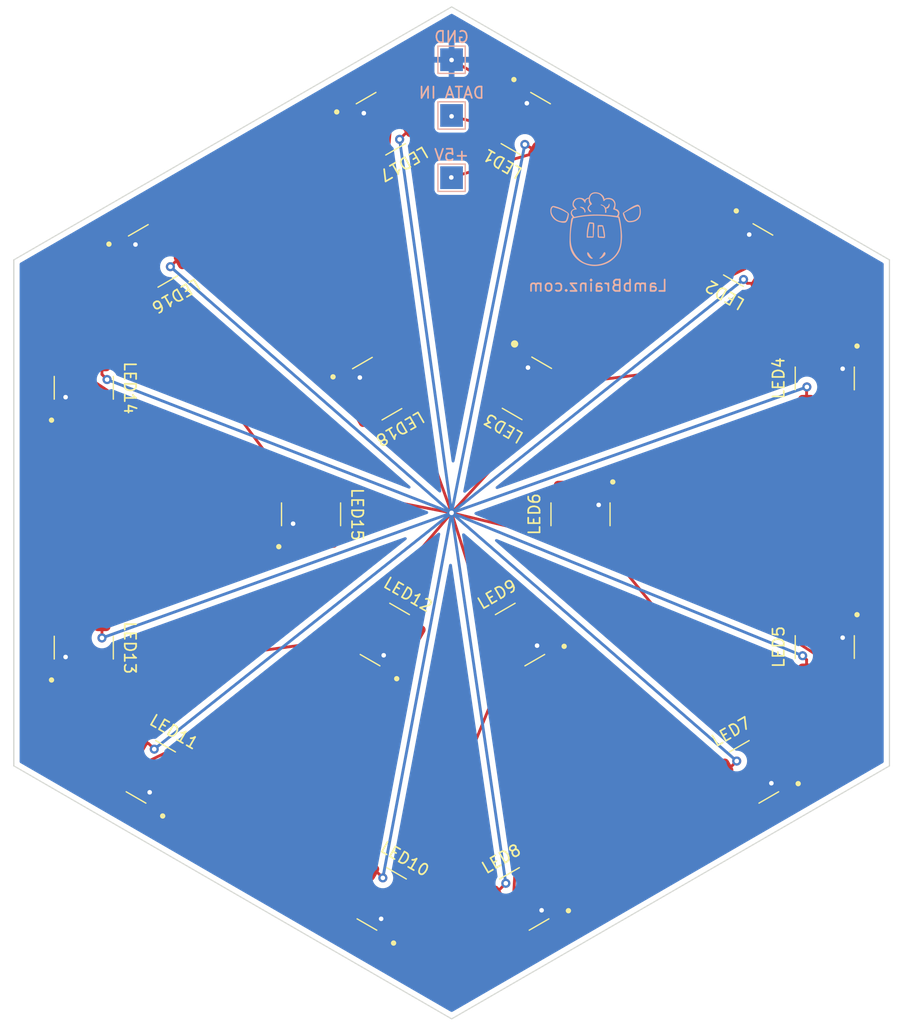
<source format=kicad_pcb>
(kicad_pcb (version 20240108) (generator "pcbnew") (generator_version "8.0")
  (layers (0 "F.Cu" signal) (31 "B.Cu" signal) (34 "B.Paste" user) (35 "F.Paste" user) (36 "B.SilkS" user "B.Silkscreen") (37 "F.SilkS" user "F.Silkscreen") (38 "B.Mask" user) (39 "F.Mask" user) (44 "Edge.Cuts" user))
  (net 0 "")
  (net 1 "+5V")
  (net 2 "Net-(LED1-Pad2)")
  (net 3 "GND")
  (net 4 "Data IN")
  (net 5 "Net-(LED2-Pad2)")
  (net 6 "Net-(LED4-Pad2)")
  (net 7 "Net-(LED8-Pad2)")
  (net 8 "Net-(LED10-Pad4)")
  (net 9 "Net-(LED10-Pad2)")
  (net 10 "Net-(LED12-Pad2)")
  (net 11 "Net-(LED13-Pad2)")
  (net 12 "Net-(LED15-Pad2)")
  (net 13 "Net-(LED17-Pad2)")
  (net 14 "Net-(LED3-Pad2)")
  (net 15 "Net-(LED5-Pad2)")
  (net 16 "Net-(LED6-Pad2)")
  (net 17 "Net-(LED7-Pad2)")
  (net 18 "Net-(LED11-Pad2)")
  (net 19 "Net-(LED14-Pad2)")
  (net 20 "Net-(LED16-Pad2)")
  (footprint "Components:LED_SK6812RGBW_5050Metric_Pad1.5x1.5mm_HandSolder" (layer "F.Cu") (at 183.025 89.325 90)
    (property "Reference" "LED4")
    (property "Value" "LED_SK6812RGBW_5050Metric_Pad1.5x1.5mm_HandSolder" (hide yes))
  )
  (footprint "Components:LED_SK6812RGBW_5050Metric_Pad1.5x1.5mm_HandSolder" (layer "F.Cu") (at 156.575 135.1 30)
    (property "Reference" "LED8")
    (property "Value" "LED_SK6812RGBW_5050Metric_Pad1.5x1.5mm_HandSolder" (hide yes))
  )
  (footprint "Components:LED_SK6812RGBW_5050Metric_Pad1.5x1.5mm_HandSolder" (layer "F.Cu") (at 143.625 90.225 -150)
    (property "Reference" "LED18")
    (property "Value" "LED_SK6812RGBW_5050Metric_Pad1.5x1.5mm_HandSolder" (hide yes))
  )
  (footprint "Components:LED_SK6812RGBW_5050Metric_Pad1.5x1.5mm_HandSolder" (layer "F.Cu") (at 117.8 90.15 -90)
    (property "Reference" "LED14")
    (property "Value" "LED_SK6812RGBW_5050Metric_Pad1.5x1.5mm_HandSolder" (hide yes))
  )
  (footprint "Components:LED_SK6812RGBW_5050Metric_Pad1.5x1.5mm_HandSolder" (layer "F.Cu") (at 156.705935 66.925 150)
    (property "Reference" "LED1")
    (property "Value" "LED_SK6812RGBW_5050Metric_Pad1.5x1.5mm_HandSolder" (hide yes))
  )
  (footprint "Components:LED_SK6812RGBW_5050Metric_Pad1.5x1.5mm_HandSolder" (layer "F.Cu") (at 144.025 135.1 -30)
    (property "Reference" "LED10")
    (property "Value" "LED_SK6812RGBW_5050Metric_Pad1.5x1.5mm_HandSolder" (hide yes))
  )
  (footprint "Components:LED_SK6812RGBW_5050Metric_Pad1.5x1.5mm_HandSolder" (layer "F.Cu") (at 183.025 112.95 90)
    (property "Reference" "LED5")
    (property "Value" "LED_SK6812RGBW_5050Metric_Pad1.5x1.5mm_HandSolder" (hide yes))
  )
  (footprint "Components:LED_SK6812RGBW_5050Metric_Pad1.5x1.5mm_HandSolder" (layer "F.Cu") (at 176.280935 78.475 150)
    (property "Reference" "LED2")
    (property "Value" "LED_SK6812RGBW_5050Metric_Pad1.5x1.5mm_HandSolder" (hide yes))
  )
  (footprint "Components:LED_SK6812RGBW_5050Metric_Pad1.5x1.5mm_HandSolder" (layer "F.Cu") (at 123.9 78.55 -150)
    (property "Reference" "LED16")
    (property "Value" "LED_SK6812RGBW_5050Metric_Pad1.5x1.5mm_HandSolder" (hide yes))
  )
  (footprint "Components:LED_SK6812RGBW_5050Metric_Pad1.5x1.5mm_HandSolder" (layer "F.Cu") (at 123.7 123.925 -30)
    (property "Reference" "LED11")
    (property "Value" "LED_SK6812RGBW_5050Metric_Pad1.5x1.5mm_HandSolder" (hide yes))
  )
  (footprint "Components:LED_SK6812RGBW_5050Metric_Pad1.5x1.5mm_HandSolder" (layer "F.Cu") (at 144.3 111.85 -30)
    (property "Reference" "LED12")
    (property "Value" "LED_SK6812RGBW_5050Metric_Pad1.5x1.5mm_HandSolder" (hide yes))
  )
  (footprint "Components:LED_SK6812RGBW_5050Metric_Pad1.5x1.5mm_HandSolder" (layer "F.Cu") (at 143.95 66.925 -150)
    (property "Reference" "LED17")
    (property "Value" "LED_SK6812RGBW_5050Metric_Pad1.5x1.5mm_HandSolder" (hide yes))
  )
  (footprint "Components:LED_SK6812RGBW_5050Metric_Pad1.5x1.5mm_HandSolder" (layer "F.Cu") (at 156.2 111.85 30)
    (property "Reference" "LED9")
    (property "Value" "LED_SK6812RGBW_5050Metric_Pad1.5x1.5mm_HandSolder" (hide yes))
  )
  (footprint "Components:LED_SK6812RGBW_5050Metric_Pad1.5x1.5mm_HandSolder" (layer "F.Cu") (at 161.525 101.275 90)
    (property "Reference" "LED6")
    (property "Value" "LED_SK6812RGBW_5050Metric_Pad1.5x1.5mm_HandSolder" (hide yes))
  )
  (footprint "Components:LED_SK6812RGBW_5050Metric_Pad1.5x1.5mm_HandSolder" (layer "F.Cu") (at 156.805935 90.2 150)
    (property "Reference" "LED3")
    (property "Value" "LED_SK6812RGBW_5050Metric_Pad1.5x1.5mm_HandSolder" (hide yes))
  )
  (footprint "Components:LED_SK6812RGBW_5050Metric_Pad1.5x1.5mm_HandSolder" (layer "F.Cu") (at 117.8 113 -90)
    (property "Reference" "LED13")
    (property "Value" "LED_SK6812RGBW_5050Metric_Pad1.5x1.5mm_HandSolder" (hide yes))
  )
  (footprint "Components:LED_SK6812RGBW_5050Metric_Pad1.5x1.5mm_HandSolder" (layer "F.Cu") (at 176.8 123.925 30)
    (property "Reference" "LED7")
    (property "Value" "LED_SK6812RGBW_5050Metric_Pad1.5x1.5mm_HandSolder" (hide yes))
  )
  (footprint "Components:LED_SK6812RGBW_5050Metric_Pad1.5x1.5mm_HandSolder" (layer "F.Cu") (at 137.805935 101.275 -90)
    (property "Reference" "LED15")
    (property "Value" "LED_SK6812RGBW_5050Metric_Pad1.5x1.5mm_HandSolder" (hide yes))
  )
  (footprint "TestPoint:TestPoint_Pad_2.0x2.0mm" (layer "B.Cu") (at 150.175 71.675 180)
    (property "Reference" "+5V")
    (property "Value" "TestPoint_Pad_2.0x2.0mm" (hide yes))
  )
  (footprint "TestPoint:TestPoint_Pad_2.0x2.0mm" (layer "B.Cu") (at 150.175 66.2 180)
    (property "Reference" "DATA IN")
    (property "Value" "TestPoint_Pad_2.0x2.0mm" (hide yes))
  )
  (footprint "TestPoint:TestPoint_Pad_2.0x2.0mm" (layer "B.Cu") (at 150.175 61.3 180)
    (property "Reference" "GND")
    (property "Value" "TestPoint_Pad_2.0x2.0mm" (hide yes))
  )
  (gr_poly (pts (xy 162.566737 75.885472) (xy 162.567867 75.885589) (xy 162.568972 75.885768) (xy 162.570042 75.886009) (xy 162.571073 75.886314) (xy 162.572056 75.886683) (xy 162.572986 75.887118) (xy 162.573853 75.887619) (xy 162.574652 75.888187) (xy 162.575376 75.888824) (xy 162.576018 75.88953) (xy 162.576569 75.890307) (xy 162.577025 75.891156) (xy 162.577376 75.892076) (xy 162.577617 75.893071) (xy 162.577741 75.894139) (xy 162.577739 75.895284) (xy 162.577133 75.895998) (xy 162.576442 75.896667) (xy 162.575674 75.897292) (xy 162.574836 75.897869) (xy 162.573935 75.8984) (xy 162.572977 75.898882) (xy 162.571969 75.899314) (xy 162.570919 75.899696) (xy 162.569833 75.900027) (xy 162.568719 75.900305) (xy 162.567582 75.90053) (xy 162.56643 75.900701) (xy 162.56527 75.900816) (xy 162.564108 75.900874) (xy 162.562953 75.900875) (xy 162.561809 75.900818) (xy 162.560685 75.900701) (xy 162.559587 75.900524) (xy 162.558523 75.900286) (xy 162.557498 75.899985) (xy 162.556521 75.89962) (xy 162.555597 75.899191) (xy 162.554734 75.898697) (xy 162.553939 75.898136) (xy 162.553218 75.897508) (xy 162.552579 75.896812) (xy 162.552028 75.896046) (xy 162.551572 75.895209) (xy 162.551219 75.894301) (xy 162.550974 75.893321) (xy 162.550846 75.892267) (xy 162.55084 75.891139) (xy 162.551431 75.890409) (xy 162.552109 75.889724) (xy 162.552866 75.889086) (xy 162.553696 75.888495) (xy 162.554591 75.887953) (xy 162.555544 75.88746) (xy 162.556549 75.887018) (xy 162.557598 75.886627) (xy 162.558684 75.886289) (xy 162.5598 75.886004) (xy 162.56094 75.885773) (xy 162.562095 75.885598) (xy 162.56326 75.885479) (xy 162.564426 75.885418) (xy 162.565588 75.885415)) (fill solid) (layer "B.SilkS"))
  (gr_poly (pts (xy 166.571265 74.043969) (xy 166.576791 74.045831) (xy 166.587747 74.049848) (xy 166.609465 74.058524) (xy 166.620334 74.062877) (xy 166.631282 74.067035) (xy 166.642362 74.070846) (xy 166.647969 74.072573) (xy 166.653628 74.074157) (xy 166.688223 74.110879) (xy 166.697037 74.119917) (xy 166.706066 74.12874) (xy 166.710684 74.133045) (xy 166.715384 74.137266) (xy 166.720175 74.141394) (xy 166.725066 74.145418) (xy 166.736446 74.167584) (xy 166.746936 74.190111) (xy 166.756584 74.212969) (xy 166.765436 74.236129) (xy 166.773539 74.259563) (xy 166.78094 74.283242) (xy 166.787686 74.307138) (xy 166.793825 74.331222) (xy 166.799401 74.355465) (xy 166.804464 74.379838) (xy 166.813234 74.428861) (xy 166.82051 74.478062) (xy 166.826666 74.527212) (xy 166.829021 74.564408) (xy 166.830821 74.601641) (xy 166.832007 74.638896) (xy 166.83252 74.676161) (xy 166.832301 74.713422) (xy 166.831292 74.750665) (xy 166.829433 74.787877) (xy 166.826666 74.825044) (xy 166.820905 74.865857) (xy 166.813899 74.906524) (xy 166.805484 74.946924) (xy 166.800699 74.966986) (xy 166.7955 74.986936) (xy 166.789869 75.00676) (xy 166.783784 75.02644) (xy 166.777226 75.045964) (xy 166.770173 75.065315) (xy 166.762607 75.084479) (xy 166.754506 75.103439) (xy 166.74585 75.122182) (xy 166.736619 75.140692) (xy 166.726707 75.160045) (xy 166.716197 75.179071) (xy 166.705105 75.197757) (xy 166.693445 75.216092) (xy 166.681235 75.234065) (xy 166.66849 75.251664) (xy 166.655226 75.268878) (xy 166.641457 75.285695) (xy 166.627201 75.302104) (xy 166.612473 75.318093) (xy 166.597289 75.333651) (xy 166.581664 75.348767) (xy 166.565615 75.363428) (xy 166.549156 75.377623) (xy 166.532304 75.391341) (xy 166.515075 75.40457) (xy 166.48774 75.42436) (xy 166.459618 75.442753) (xy 166.430766 75.459804) (xy 166.40124 75.475564) (xy 166.3711 75.490087) (xy 166.340403 75.503426) (xy 166.309206 75.515634) (xy 166.277567 75.526764) (xy 166.245543 75.536868) (xy 166.213193 75.546) (xy 166.180573 75.554213) (xy 166.147742 75.561559) (xy 166.114757 75.568092) (xy 166.081675 75.573865) (xy 166.015453 75.58334) (xy 165.966836 75.587585) (xy 165.954677 75.588447) (xy 165.942503 75.589033) (xy 165.930308 75.589245) (xy 165.924201 75.58918) (xy 165.918087 75.588985) (xy 165.911472 75.593571) (xy 165.890894 75.593114) (xy 165.870258 75.593224) (xy 165.828944 75.593703) (xy 165.808333 75.593354) (xy 165.798053 75.592875) (xy 165.787796 75.592132) (xy 165.777566 75.591082) (xy 165.767367 75.589679) (xy 165.757203 75.587878) (xy 165.747078 75.585634) (xy 165.737069 75.583498) (xy 165.727183 75.580972) (xy 165.717419 75.578077) (xy 165.707775 75.574832) (xy 165.69825 75.571258) (xy 165.688844 75.567374) (xy 165.679555 75.5632) (xy 165.670382 75.558756) (xy 165.661323 75.554062) (xy 165.652378 75.549138) (xy 165.643545 75.544003) (xy 165.634824 75.538678) (xy 165.626213 75.533183) (xy 165.61771 75.527536) (xy 165.601028 75.515872) (xy 165.58586 75.503114) (xy 165.571086 75.489921) (xy 165.556709 75.476307) (xy 165.542734 75.462287) (xy 165.529165 75.447875) (xy 165.516006 75.433088) (xy 165.503263 75.417938) (xy 165.490939 75.402443) (xy 165.479038 75.386615) (xy 165.467566 75.370471) (xy 165.456526 75.354024) (xy 165.445924 75.33729) (xy 165.435762 75.320284) (xy 165.426046 75.303021) (xy 165.416781 75.285514) (xy 165.40797 75.267781) (xy 165.387875 75.227324) (xy 165.36874 75.186405) (xy 165.350572 75.145047) (xy 165.333379 75.103276) (xy 165.317171 75.061116) (xy 165.301954 75.018593) (xy 165.287739 74.97573) (xy 165.274531 74.932553) (xy 165.264825 74.893979) (xy 165.260083 74.874573) (xy 165.255812 74.855075) (xy 165.253947 74.845289) (xy 165.252311 74.835478) (xy 165.250941 74.825639) (xy 165.249876 74.815773) (xy 165.249151 74.805878) (xy 165.248805 74.795953) (xy 165.248874 74.785996) (xy 165.249249 74.778831) (xy 165.349673 74.778831) (xy 165.420669 74.988822) (xy 165.429478 75.012993) (xy 165.437825 75.037346) (xy 165.454195 75.086177) (xy 165.462749 75.110441) (xy 165.471904 75.134462) (xy 165.47679 75.146348) (xy 165.481925 75.158134) (xy 165.487343 75.169806) (xy 165.493078 75.18135) (xy 165.508116 75.210314) (xy 165.523674 75.239115) (xy 165.539966 75.267531) (xy 165.548454 75.281526) (xy 165.557206 75.295341) (xy 165.566248 75.30895) (xy 165.575607 75.322325) (xy 165.585311 75.335438) (xy 165.595384 75.348261) (xy 165.605856 75.360766) (xy 165.616751 75.372927) (xy 165.628097 75.384715) (xy 165.639921 75.396103) (xy 165.65002 75.406265) (xy 165.660618 75.415955) (xy 165.671687 75.42514) (xy 165.683196 75.433786) (xy 165.695115 75.441857) (xy 165.707416 75.44932) (xy 165.720069 75.45614) (xy 165.733043 75.462282) (xy 165.746311 75.467712) (xy 165.759841 75.472396) (xy 165.773604 75.476298) (xy 165.787571 75.479385) (xy 165.801712 75.481622) (xy 165.815998 75.482974) (xy 165.830399 75.483407) (xy 165.844885 75.482887) (xy 165.915954 75.479409) (xy 165.951595 75.476666) (xy 165.987228 75.473158) (xy 166.022794 75.468812) (xy 166.058233 75.463558) (xy 166.093487 75.457322) (xy 166.128497 75.450034) (xy 166.163202 75.441622) (xy 166.197544 75.432013) (xy 166.231464 75.421136) (xy 166.264903 75.408919) (xy 166.297801 75.395291) (xy 166.3301 75.380178) (xy 166.36174 75.36351) (xy 166.392661 75.345215) (xy 166.424136 75.324756) (xy 166.454277 75.302534) (xy 166.483047 75.278649) (xy 166.51041 75.253198) (xy 166.53633 75.226282) (xy 166.56077 75.197997) (xy 166.583694 75.168442) (xy 166.605066 75.137716) (xy 166.62485 75.105917) (xy 166.643008 75.073144) (xy 166.659506 75.039495) (xy 166.674306 75.005069) (xy 166.687372 74.969963) (xy 166.698669 74.934277) (xy 166.708158 74.898109) (xy 166.715806 74.861557) (xy 166.719309 74.842696) (xy 166.722244 74.823786) (xy 166.724658 74.804832) (xy 166.726598 74.785838) (xy 166.72925 74.747751) (xy 166.730578 74.709565) (xy 166.730964 74.671316) (xy 166.730787 74.633044) (xy 166.730269 74.556581) (xy 166.724581 74.458982) (xy 166.722823 74.434616) (xy 166.720571 74.410295) (xy 166.717645 74.386033) (xy 166.713865 74.361847) (xy 166.712822 74.356276) (xy 166.711915 74.35065) (xy 166.710354 74.33929) (xy 166.708867 74.327879) (xy 166.70714 74.316526) (xy 166.706089 74.310907) (xy 166.70486 74.305343) (xy 166.703413 74.29985) (xy 166.701711 74.294441) (xy 166.699713 74.289129) (xy 166.69738 74.283928) (xy 166.694672 74.278853) (xy 166.691552 74.273917) (xy 166.685384 74.264522) (xy 166.678553 74.255747) (xy 166.671109 74.247589) (xy 166.6631 74.240044) (xy 166.654574 74.233108) (xy 166.645581 74.226778) (xy 166.636169 74.221049) (xy 166.626387 74.215918) (xy 166.616284 74.211382) (xy 166.605908 74.207436) (xy 166.595307 74.204078) (xy 166.584532 74.201302) (xy 166.57363 74.199105) (xy 166.56265 74.197484) (xy 166.55164 74.196435) (xy 166.540651 74.195954) (xy 166.506729 74.203324) (xy 166.473159 74.211953) (xy 166.439933 74.22176) (xy 166.407047 74.232665) (xy 166.374496 74.244586) (xy 166.342275 74.257444) (xy 166.310379 74.271158) (xy 166.278802 74.285647) (xy 166.160241 74.3426) (xy 166.042654 74.401477) (xy 165.925901 74.461987) (xy 165.809839 74.523838) (xy 165.579223 74.6504) (xy 165.349673 74.778831) (xy 165.249249 74.778831) (xy 165.249396 74.776008) (xy 165.255763 74.769993) (xy 165.262285 74.76417) (xy 165.268947 74.75852) (xy 165.275731 74.753023) (xy 165.289601 74.742404) (xy 165.303768 74.732154) (xy 165.332467 74.712111) (xy 165.346739 74.701997) (xy 165.360786 74.691606) (xy 165.463662 74.622526) (xy 165.567117 74.554298) (xy 165.775035 74.419438) (xy 165.884651 74.348401) (xy 165.939972 74.31366) (xy 165.995731 74.279639) (xy 166.051998 74.24649) (xy 166.108844 74.214365) (xy 166.166342 74.183417) (xy 166.224563 74.153796) (xy 166.3068 74.116806) (xy 166.34846 74.099063) (xy 166.390599 74.082634) (xy 166.411876 74.075103) (xy 166.433305 74.068128) (xy 166.454898 74.061786) (xy 166.476665 74.056153) (xy 166.498617 74.051304) (xy 166.520766 74.047317) (xy 166.543123 74.044267) (xy 166.565698 74.04223)) (fill solid) (layer "B.SilkS"))
  (gr_poly (pts (xy 163.358419 75.840093) (xy 163.36784 75.840645) (xy 163.377229 75.841499) (xy 163.38659 75.842611) (xy 163.395928 75.843935) (xy 163.414555 75.847042) (xy 163.451748 75.853841) (xy 163.470393 75.856818) (xy 163.479745 75.858044) (xy 163.489123 75.859036) (xy 163.497775 75.871458) (xy 163.506044 75.88419) (xy 163.509994 75.890677) (xy 163.513799 75.897247) (xy 163.517442 75.903901) (xy 163.520906 75.910641) (xy 163.524175 75.91747) (xy 163.527232 75.924387) (xy 163.53006 75.931396) (xy 163.532643 75.938498) (xy 163.534964 75.945695) (xy 163.537006 75.952988) (xy 163.538753 75.960378) (xy 163.540188 75.967869) (xy 163.541363 75.975661) (xy 163.542845 75.983369) (xy 163.544597 75.991003) (xy 163.546581 75.998574) (xy 163.548758 76.006092) (xy 163.551091 76.013568) (xy 163.556074 76.028436) (xy 163.566245 76.058133) (xy 163.570828 76.073131) (xy 163.572861 76.080705) (xy 163.574672 76.088342) (xy 163.594461 76.16666) (xy 163.612565 76.245418) (xy 163.628904 76.324574) (xy 163.643397 76.404089) (xy 163.655964 76.483923) (xy 163.666524 76.564034) (xy 163.674996 76.644383) (xy 163.681299 76.72493) (xy 163.682707 76.737997) (xy 163.683744 76.751072) (xy 163.684441 76.764153) (xy 163.684831 76.777239) (xy 163.684817 76.803419) (xy 163.683956 76.829605) (xy 163.682504 76.855787) (xy 163.680716 76.881956) (xy 163.677154 76.934215) (xy 163.67535 76.937445) (xy 163.673357 76.94056) (xy 163.671192 76.943569) (xy 163.668873 76.946479) (xy 163.666417 76.949301) (xy 163.663841 76.952043) (xy 163.661164 76.954714) (xy 163.658401 76.957322) (xy 163.655572 76.959876) (xy 163.652693 76.962385) (xy 163.646855 76.967304) (xy 163.641027 76.972149) (xy 163.63535 76.976989) (xy 163.61621 76.978381) (xy 163.596977 76.979355) (xy 163.577682 76.979877) (xy 163.558356 76.979911) (xy 163.53903 76.979419) (xy 163.519735 76.978366) (xy 163.500502 76.976715) (xy 163.481362 76.974431) (xy 163.392979 76.970918) (xy 163.348727 76.969046) (xy 163.304522 76.96656) (xy 163.260428 76.963058) (xy 163.21651 76.958135) (xy 163.194638 76.955015) (xy 163.172835 76.951389) (xy 163.151108 76.947206) (xy 163.129466 76.942417) (xy 163.123914 76.941077) (xy 163.118435 76.939543) (xy 163.113027 76.937824) (xy 163.10769 76.935929) (xy 163.102423 76.933867) (xy 163.097223 76.931646) (xy 163.09209 76.929275) (xy 163.087023 76.926762) (xy 163.082019 76.924118) (xy 163.077078 76.92135) (xy 163.072199 76.918468) (xy 163.06738 76.915479) (xy 163.06262 76.912393) (xy 163.057918 76.909219) (xy 163.04868 76.902641) (xy 163.046438 76.883998) (xy 163.044761 76.865317) (xy 163.04349 76.846609) (xy 163.042463 76.827885) (xy 163.040495 76.790437) (xy 163.039232 76.771735) (xy 163.037568 76.753063) (xy 163.036165 76.741034) (xy 163.035161 76.728993) (xy 163.0345 76.716941) (xy 163.034126 76.70488) (xy 163.034012 76.68074) (xy 163.034371 76.65659) (xy 163.034755 76.632443) (xy 163.034715 76.608316) (xy 163.034397 76.596264) (xy 163.033804 76.584223) (xy 163.03288 76.572195) (xy 163.031571 76.560182) (xy 163.031533 76.557923) (xy 163.128496 76.557923) (xy 163.128511 76.56764) (xy 163.12877 76.577334) (xy 163.129325 76.586997) (xy 163.130224 76.596622) (xy 163.13152 76.606204) (xy 163.133262 76.615735) (xy 163.1355 76.625208) (xy 163.138286 76.634619) (xy 163.13917 76.661509) (xy 163.140945 76.688348) (xy 163.143386 76.71515) (xy 163.146267 76.741929) (xy 163.152449 76.795477) (xy 163.155299 76.822275) (xy 163.157688 76.849108) (xy 163.189254 76.849552) (xy 163.220838 76.849274) (xy 163.284005 76.847994) (xy 163.315558 76.847713) (xy 163.347072 76.848153) (xy 163.378533 76.849673) (xy 163.394238 76.850952) (xy 163.409925 76.852636) (xy 163.420954 76.85238) (xy 163.43195 76.852484) (xy 163.442917 76.852914) (xy 163.453855 76.853636) (xy 163.475659 76.855826) (xy 163.49738 76.858787) (xy 163.583844 76.873009) (xy 163.579688 76.823587) (xy 163.574376 76.774268) (xy 163.568123 76.725038) (xy 163.561145 76.675883) (xy 163.53031 76.479749) (xy 163.528459 76.469896) (xy 163.526683 76.46006) (xy 163.52489 76.450256) (xy 163.52299 76.440503) (xy 163.497502 76.276814) (xy 163.492971 76.250366) (xy 163.490668 76.237163) (xy 163.488242 76.223985) (xy 163.464076 76.073878) (xy 163.460569 76.053093) (xy 163.457318 76.032284) (xy 163.454316 76.011457) (xy 163.451552 75.990623) (xy 163.446614 75.971396) (xy 163.367805 75.971427) (xy 163.288955 75.972234) (xy 163.210088 75.972909) (xy 163.13123 75.972543) (xy 163.131142 76.480102) (xy 163.128496 76.557923) (xy 163.031533 76.557923) (xy 163.029844 76.456304) (xy 163.029729 76.352385) (xy 163.030095 76.248449) (xy 163.029807 76.144522) (xy 163.031437 76.128918) (xy 163.032631 76.113296) (xy 163.033949 76.08201) (xy 163.034237 76.050684) (xy 163.033974 76.019341) (xy 163.033636 75.988002) (xy 163.033701 75.956688) (xy 163.034646 75.925422) (xy 163.035599 75.909814) (xy 163.03695 75.894226) (xy 163.036952 75.894141) (xy 163.122233 75.894141) (xy 163.122235 75.895285) (xy 163.122841 75.895999) (xy 163.123532 75.896668) (xy 163.124299 75.897293) (xy 163.125137 75.89787) (xy 163.126039 75.898401) (xy 163.126997 75.898883) (xy 163.128004 75.899315) (xy 163.129054 75.899697) (xy 163.13014 75.900028) (xy 163.131255 75.900306) (xy 163.132392 75.900531) (xy 163.133544 75.900701) (xy 163.134704 75.900816) (xy 163.135865 75.900875) (xy 163.137021 75.900876) (xy 163.138165 75.900819) (xy 163.139289 75.900702) (xy 163.140386 75.900525) (xy 163.141451 75.900286) (xy 163.142475 75.899985) (xy 163.143453 75.899621) (xy 163.144376 75.899192) (xy 163.145239 75.898698) (xy 163.146035 75.898137) (xy 163.146755 75.897509) (xy 163.147395 75.896812) (xy 163.147945 75.896046) (xy 163.148401 75.89521) (xy 163.148755 75.894302) (xy 163.148999 75.893322) (xy 163.149128 75.892268) (xy 163.149134 75.891139) (xy 163.148542 75.890409) (xy 163.147865 75.889725) (xy 163.147107 75.889087) (xy 163.146278 75.888496) (xy 163.145383 75.887954) (xy 163.144429 75.887461) (xy 163.143425 75.887019) (xy 163.142376 75.886628) (xy 163.14129 75.886289) (xy 163.140174 75.886004) (xy 163.139034 75.885774) (xy 163.137879 75.885599) (xy 163.136714 75.88548) (xy 163.135548 75.885419) (xy 163.134386 75.885416) (xy 163.133237 75.885473) (xy 163.132107 75.88559) (xy 163.131002 75.885769) (xy 163.129932 75.88601) (xy 163.128901 75.886315) (xy 163.127917 75.886684) (xy 163.126988 75.887118) (xy 163.126121 75.887619) (xy 163.125321 75.888188) (xy 163.124598 75.888825) (xy 163.123956 75.889531) (xy 163.123404 75.890308) (xy 163.122949 75.891157) (xy 163.122597 75.892077) (xy 163.122356 75.893072) (xy 163.122233 75.894141) (xy 163.036952 75.894141) (xy 163.037008 75.891222) (xy 163.037289 75.88839) (xy 163.037784 75.885721) (xy 163.03848 75.883208) (xy 163.039368 75.880842) (xy 163.040436 75.878614) (xy 163.041675 75.876517) (xy 163.043071 75.874543) (xy 163.044616 75.872683) (xy 163.046299 75.87093) (xy 163.048107 75.869274) (xy 163.050032 75.867708) (xy 163.054184 75.864813) (xy 163.058668 75.862178) (xy 163.063399 75.859739) (xy 163.068289 75.85743) (xy 163.0782 75.852938) (xy 163.083049 75.850626) (xy 163.087711 75.848181) (xy 163.0921 75.845538) (xy 163.096128 75.842632) (xy 163.126505 75.841046) (xy 163.156907 75.840198) (xy 163.187328 75.8399) (xy 163.21776 75.839964) (xy 163.278629 75.840424) (xy 163.309052 75.840445) (xy 163.339457 75.840074) (xy 163.348959 75.839888)) (fill solid) (layer "B.SilkS"))
  (gr_poly (pts (xy 161.523633 74.236938) (xy 161.548012 74.237258) (xy 161.572349 74.238011) (xy 161.59662 74.239488) (xy 161.608724 74.240588) (xy 161.620801 74.241978) (xy 161.632849 74.243695) (xy 161.644866 74.245773) (xy 161.656847 74.248251) (xy 161.66879 74.251163) (xy 161.681938 74.255218) (xy 161.694916 74.259737) (xy 161.707713 74.264708) (xy 161.720319 74.270124) (xy 161.732723 74.275973) (xy 161.744914 74.282245) (xy 161.756882 74.288931) (xy 161.768615 74.296021) (xy 161.780104 74.303505) (xy 161.791337 74.311372) (xy 161.802303 74.319614) (xy 161.812992 74.328219) (xy 161.823394 74.337178) (xy 161.833496 74.346482) (xy 161.84329 74.356119) (xy 161.852764 74.366081) (xy 161.870461 74.389161) (xy 161.879001 74.400951) (xy 161.8873 74.412912) (xy 161.895334 74.425046) (xy 161.903077 74.437357) (xy 161.910503 74.449848) (xy 161.917587 74.462521) (xy 161.924303 74.475381) (xy 161.930625 74.48843) (xy 161.936528 74.501671) (xy 161.941986 74.515107) (xy 161.946975 74.528742) (xy 161.951467 74.542579) (xy 161.955438 74.55662) (xy 161.958862 74.570868) (xy 161.961165 74.583079) (xy 161.963229 74.595411) (xy 161.964931 74.60783) (xy 161.965608 74.614061) (xy 161.966149 74.620301) (xy 161.966538 74.626545) (xy 161.966759 74.632789) (xy 161.966798 74.639028) (xy 161.966638 74.645257) (xy 161.966265 74.651474) (xy 161.965664 74.657673) (xy 161.964818 74.663849) (xy 161.963713 74.669999) (xy 161.958939 74.680793) (xy 161.953869 74.691463) (xy 161.948487 74.701984) (xy 161.942777 74.712332) (xy 161.936724 74.722481) (xy 161.933565 74.727474) (xy 161.930313 74.732407) (xy 161.926968 74.737279) (xy 161.923527 74.742085) (xy 161.91999 74.746823) (xy 161.916352 74.75149) (xy 161.87005 74.722739) (xy 161.869742 74.710256) (xy 161.869639 74.697755) (xy 161.86941 74.672754) (xy 161.868966 74.660284) (xy 161.86809 74.647853) (xy 161.867441 74.641657) (xy 161.866623 74.635476) (xy 161.865618 74.629312) (xy 161.864406 74.623167) (xy 161.861963 74.611898) (xy 161.858984 74.600811) (xy 161.855495 74.589909) (xy 161.851524 74.579193) (xy 161.847095 74.568662) (xy 161.842236 74.55832) (xy 161.836973 74.548166) (xy 161.831333 74.538203) (xy 161.825341 74.52843) (xy 161.819023 74.518851) (xy 161.812407 74.509464) (xy 161.805519 74.500272) (xy 161.798385 74.491276) (xy 161.791031 74.482478) (xy 161.783484 74.473877) (xy 161.77577 74.465475) (xy 161.772003 74.460541) (xy 161.768054 74.45578) (xy 161.763941 74.451178) (xy 161.75968 74.446718) (xy 161.75529 74.442383) (xy 161.750786 74.438159) (xy 161.746186 74.434029) (xy 161.741507 74.429977) (xy 161.703275 74.398448) (xy 161.68959 74.389138) (xy 161.675728 74.380117) (xy 161.647519 74.36288) (xy 161.61874 74.346615) (xy 161.589482 74.331199) (xy 161.559834 74.316511) (xy 161.52989 74.302429) (xy 161.499738 74.28883) (xy 161.469471 74.275593) (xy 161.466472 74.24058) (xy 161.475027 74.247194) (xy 161.47485 74.236434)) (fill solid) (layer "B.SilkS"))
  (gr_poly (pts (xy 163.645527 78.219761) (xy 163.648157 78.21997) (xy 163.650766 78.220312) (xy 163.653348 78.220789) (xy 163.655897 78.221403) (xy 163.658409 78.222158) (xy 163.660876 78.223057) (xy 163.663294 78.224101) (xy 163.665657 78.225294) (xy 163.667959 78.226638) (xy 163.670195 78.228137) (xy 163.672359 78.229792) (xy 163.674445 78.231606) (xy 163.676448 78.233583) (xy 163.684857 78.243157) (xy 163.69236 78.253345) (xy 163.698958 78.264078) (xy 163.704654 78.27529) (xy 163.709451 78.286911) (xy 163.713351 78.298874) (xy 163.716358 78.311111) (xy 163.718473 78.323553) (xy 163.719699 78.336132) (xy 163.720039 78.348781) (xy 163.719495 78.361432) (xy 163.71807 78.374015) (xy 163.715767 78.386464) (xy 163.712588 78.398709) (xy 163.708535 78.410684) (xy 163.703612 78.42232) (xy 163.695356 78.439948) (xy 163.686178 78.456943) (xy 163.676151 78.473345) (xy 163.665344 78.489195) (xy 163.653829 78.504532) (xy 163.641678 78.519398) (xy 163.628961 78.533832) (xy 163.615748 78.547876) (xy 163.602113 78.561569) (xy 163.588124 78.574952) (xy 163.559373 78.600951) (xy 163.500765 78.651008) (xy 163.470336 78.675096) (xy 163.439018 78.698983) (xy 163.422983 78.710562) (xy 163.406674 78.721742) (xy 163.390076 78.732408) (xy 163.37317 78.742444) (xy 163.355939 78.751733) (xy 163.338367 78.760161) (xy 163.320436 78.76761) (xy 163.302129 78.773965) (xy 163.28343 78.77911) (xy 163.26432 78.782928) (xy 163.244784 78.785304) (xy 163.234851 78.785915) (xy 163.224805 78.786122) (xy 163.222728 78.786251) (xy 163.220683 78.786277) (xy 163.21867 78.786202) (xy 163.216692 78.786028) (xy 163.214749 78.785759) (xy 163.212842 78.785395) (xy 163.210974 78.784941) (xy 163.209146 78.784398) (xy 163.207358 78.783769) (xy 163.205613 78.783056) (xy 163.203912 78.782262) (xy 163.202256 78.781389) (xy 163.200646 78.78044) (xy 163.199083 78.779417) (xy 163.197571 78.778322) (xy 163.196108 78.777159) (xy 163.194698 78.775929) (xy 163.193341 78.774636) (xy 163.192038 78.773281) (xy 163.190792 78.771867) (xy 163.189603 78.770396) (xy 163.188473 78.768872) (xy 163.187403 78.767295) (xy 163.186394 78.76567) (xy 163.185449 78.763998) (xy 163.184567 78.762282) (xy 163.183752 78.760525) (xy 163.183003 78.758728) (xy 163.182323 78.756894) (xy 163.181713 78.755026) (xy 163.181174 78.753126) (xy 163.180707 78.751197) (xy 163.20257 78.737735) (xy 163.22381 78.723437) (xy 163.244431 78.708341) (xy 163.264437 78.692484) (xy 163.28383 78.675905) (xy 163.302616 78.658641) (xy 163.320797 78.640731) (xy 163.338377 78.622212) (xy 163.355359 78.603123) (xy 163.371748 78.583501) (xy 163.387546 78.563385) (xy 163.402758 78.542812) (xy 163.417388 78.521821) (xy 163.431438 78.500449) (xy 163.444912 78.478734) (xy 163.457814 78.456715) (xy 163.465893 78.442571) (xy 163.473738 78.42822) (xy 163.489017 78.399127) (xy 163.504219 78.36989) (xy 163.519914 78.34096) (xy 163.528124 78.326752) (xy 163.536672 78.312791) (xy 163.545627 78.299134) (xy 163.555061 78.285836) (xy 163.565046 78.272955) (xy 163.575652 78.260547) (xy 163.586951 78.248668) (xy 163.599013 78.237376) (xy 163.600976 78.23558) (xy 163.603025 78.233865) (xy 163.605154 78.232235) (xy 163.607358 78.230691) (xy 163.611966 78.227874) (xy 163.616806 78.225435) (xy 163.62183 78.223397) (xy 163.626995 78.221782) (xy 163.629616 78.221139) (xy 163.632255 78.220609) (xy 163.634907 78.220196) (xy 163.637566 78.219902) (xy 163.640226 78.21973) (xy 163.642881 78.219682)) (fill solid) (layer "B.SilkS"))
  (gr_poly (pts (xy 164.057876 73.963167) (xy 164.06103 73.966249) (xy 164.064199 73.96933) (xy 164.067315 73.972457) (xy 164.068833 73.974054) (xy 164.070312 73.97568) (xy 164.071744 73.977342) (xy 164.073121 73.979046) (xy 164.074435 73.980798) (xy 164.075676 73.982604) (xy 164.076837 73.984471) (xy 164.07791 73.986403) (xy 164.082257 74.006763) (xy 164.085387 74.02729) (xy 164.087314 74.047925) (xy 164.088054 74.06861) (xy 164.087619 74.089286) (xy 164.086026 74.109894) (xy 164.083288 74.130377) (xy 164.07942 74.150676) (xy 164.074437 74.170732) (xy 164.068354 74.190486) (xy 164.061185 74.20988) (xy 164.052944 74.228856) (xy 164.043646 74.247355) (xy 164.033307 74.265319) (xy 164.021939 74.282688) (xy 164.009559 74.299405) (xy 164.004765 74.305208) (xy 163.999913 74.310969) (xy 163.995011 74.316681) (xy 163.990068 74.322335) (xy 163.985279 74.325438) (xy 163.980564 74.32865) (xy 163.975912 74.331957) (xy 163.971315 74.335344) (xy 163.966764 74.338798) (xy 163.962249 74.342303) (xy 163.953291 74.349411) (xy 163.943201 74.354999) (xy 163.932916 74.360211) (xy 163.92245 74.365037) (xy 163.911817 74.369466) (xy 163.901032 74.373486) (xy 163.890107 74.377086) (xy 163.879057 74.380254) (xy 163.867897 74.38298) (xy 163.856639 74.385253) (xy 163.845298 74.38706) (xy 163.833887 74.388391) (xy 163.822421 74.389235) (xy 163.810914 74.38958) (xy 163.79938 74.389416) (xy 163.787832 74.38873) (xy 163.776285 74.387511) (xy 163.781552 74.4039) (xy 163.786363 74.420445) (xy 163.790699 74.437128) (xy 163.794541 74.453933) (xy 163.79787 74.47084) (xy 163.800667 74.487834) (xy 163.802915 74.504896) (xy 163.804595 74.522008) (xy 163.803944 74.539867) (xy 163.803651 74.557727) (xy 163.80379 74.593446) (xy 163.80431 74.629164) (xy 163.804507 74.664883) (xy 163.803848 74.672263) (xy 163.802978 74.679752) (xy 163.801868 74.687303) (xy 163.800493 74.694869) (xy 163.798823 74.702402) (xy 163.796831 74.709854) (xy 163.794491 74.717178) (xy 163.791774 74.724326) (xy 163.788652 74.731251) (xy 163.786932 74.734615) (xy 163.785099 74.737905) (xy 163.783153 74.741116) (xy 163.781087 74.744241) (xy 163.778901 74.747275) (xy 163.776589 74.750211) (xy 163.774148 74.753044) (xy 163.771576 74.755768) (xy 163.768868 74.758376) (xy 163.766021 74.760863) (xy 163.763032 74.763223) (xy 163.759898 74.76545) (xy 163.756614 74.767538) (xy 163.753177 74.769481) (xy 163.750738 74.770425) (xy 163.748314 74.771208) (xy 163.745907 74.771837) (xy 163.743516 74.772316) (xy 163.741143 74.772651) (xy 163.738788 74.772847) (xy 163.73645 74.77291) (xy 163.734131 74.772844) (xy 163.731832 74.772655) (xy 163.729551 74.772349) (xy 163.727291 74.77193) (xy 163.72505 74.771404) (xy 163.722831 74.770776) (xy 163.720633 74.770052) (xy 163.718456 74.769236) (xy 163.716301 74.768335) (xy 163.71206 74.766296) (xy 163.707911 74.763976) (xy 163.70386 74.761419) (xy 163.699909 74.758667) (xy 163.696062 74.755761) (xy 163.692323 74.752745) (xy 163.688694 74.749661) (xy 163.685179 74.746551) (xy 163.68698 74.730622) (xy 163.688423 74.714687) (xy 163.690311 74.6828) (xy 163.690984 74.650901) (xy 163.690581 74.619) (xy 163.689245 74.587107) (xy 163.687114 74.555232) (xy 163.684331 74.523387) (xy 163.681035 74.491581) (xy 163.677295 74.472668) (xy 163.673358 74.453789) (xy 163.669133 74.434976) (xy 163.664531 74.416263) (xy 163.659462 74.397681) (xy 163.653836 74.379265) (xy 163.647563 74.361047) (xy 163.644156 74.352023) (xy 163.640553 74.343061) (xy 163.634426 74.33012) (xy 163.628114 74.317253) (xy 163.621564 74.304502) (xy 163.614723 74.291909) (xy 163.60754 74.279513) (xy 163.59996 74.267357) (xy 163.596006 74.261382) (xy 163.591932 74.255483) (xy 163.587733 74.249664) (xy 163.583403 74.243931) (xy 163.575637 74.233992) (xy 163.567407 74.224538) (xy 163.558744 74.21555) (xy 163.549677 74.207009) (xy 163.540237 74.198898) (xy 163.530454 74.191198) (xy 163.520359 74.183891) (xy 163.509981 74.176958) (xy 163.499351 74.170382) (xy 163.488499 74.164145) (xy 163.477455 74.158228) (xy 163.46625 74.152612) (xy 163.454914 74.147281) (xy 163.443477 74.142215) (xy 163.42042 74.132806) (xy 163.39077 74.121502) (xy 163.375945 74.11567) (xy 163.368608 74.112598) (xy 163.361351 74.109379) (xy 163.354196 74.105981) (xy 163.347163 74.102373) (xy 163.340275 74.098521) (xy 163.333554 74.094396) (xy 163.32702 74.089964) (xy 163.320696 74.085193) (xy 163.314604 74.080052) (xy 163.308765 74.074509) (xy 163.308076 74.060898) (xy 163.307553 74.047312) (xy 163.306737 74.020181) (xy 163.313879 74.021061) (xy 163.321013 74.021989) (xy 163.328131 74.022984) (xy 163.335224 74.024062) (xy 163.367578 74.034531) (xy 163.399786 74.045685) (xy 163.431703 74.057705) (xy 163.463183 74.070772) (xy 163.478713 74.077755) (xy 163.49408 74.085067) (xy 163.509264 74.092731) (xy 163.524248 74.100771) (xy 163.539013 74.109207) (xy 163.553542 74.118064) (xy 163.567815 74.127363) (xy 163.581815 74.137127) (xy 163.59435 74.14587) (xy 163.606586 74.154992) (xy 163.61852 74.16448) (xy 163.630147 74.174324) (xy 163.641465 74.18451) (xy 163.65247 74.195028) (xy 163.663158 74.205865) (xy 163.673526 74.21701) (xy 163.683571 74.22845) (xy 163.693289 74.240174) (xy 163.702676 74.25217) (xy 163.71173 74.264425) (xy 163.720446 74.276929) (xy 163.728821 74.289669) (xy 163.736851 74.302633) (xy 163.744534 74.315809) (xy 163.755592 74.310927) (xy 163.766537 74.305805) (xy 163.777365 74.300443) (xy 163.788069 74.294841) (xy 163.798646 74.289) (xy 163.809089 74.282918) (xy 163.819393 74.276597) (xy 163.829554 74.270037) (xy 163.851171 74.253745) (xy 163.872516 74.23714) (xy 163.893612 74.220204) (xy 163.914485 74.202921) (xy 163.921541 74.191632) (xy 163.927018 74.186117) (xy 163.932213 74.180442) (xy 163.941822 74.168645) (xy 163.950486 74.156309) (xy 163.958326 74.143502) (xy 163.965462 74.130291) (xy 163.972015 74.116743) (xy 163.978104 74.102926) (xy 163.98385 74.088907) (xy 164.005802 74.032162) (xy 164.011633 74.018146) (xy 164.017842 74.004333) (xy 164.024548 73.990789) (xy 164.031872 73.977584) (xy 164.054803 73.960033)) (fill solid) (layer "B.SilkS"))
  (gr_poly (pts (xy 162.36334 75.596254) (xy 162.370511 75.596543) (xy 162.377697 75.597099) (xy 162.409013 75.59994) (xy 162.44037 75.60245) (xy 162.503109 75.607296) (xy 162.534442 75.610044) (xy 162.565716 75.613284) (xy 162.596908 75.61722) (xy 162.627993 75.622058) (xy 162.627992 75.622058) (xy 162.649224 75.626613) (xy 162.654604 75.62793) (xy 162.659946 75.629384) (xy 162.665219 75.63101) (xy 162.670391 75.63284) (xy 162.675428 75.634907) (xy 162.680298 75.637245) (xy 162.684969 75.639888) (xy 162.68722 75.641334) (xy 162.689408 75.642869) (xy 162.69153 75.644496) (xy 162.693582 75.646221) (xy 162.69556 75.648046) (xy 162.697459 75.649977) (xy 162.699276 75.652017) (xy 162.701007 75.65417) (xy 162.702647 75.656442) (xy 162.704192 75.658835) (xy 162.70699 75.662339) (xy 162.709599 75.665921) (xy 162.71428 75.673304) (xy 162.718283 75.680954) (xy 162.72166 75.688844) (xy 162.72446 75.696946) (xy 162.726733 75.705231) (xy 162.72853 75.71367) (xy 162.729901 75.722236) (xy 162.730895 75.7309) (xy 162.731563 75.739634) (xy 162.731956 75.748409) (xy 162.732122 75.757198) (xy 162.731978 75.774702) (xy 162.731532 75.79192) (xy 162.734442 75.82504) (xy 162.736262 75.858152) (xy 162.737095 75.891258) (xy 162.737044 75.924357) (xy 162.734701 75.99053) (xy 162.730055 76.056669) (xy 162.704898 76.320822) (xy 162.705469 76.451657) (xy 162.705401 76.517128) (xy 162.704313 76.58255) (xy 162.701617 76.647861) (xy 162.696724 76.712997) (xy 162.693271 76.74548) (xy 162.689047 76.777895) (xy 162.683981 76.810235) (xy 162.677998 76.842492) (xy 162.675584 76.853339) (xy 162.67357 76.864246) (xy 162.67196 76.875207) (xy 162.670755 76.886215) (xy 162.66996 76.897264) (xy 162.669577 76.908349) (xy 162.669609 76.919462) (xy 162.670061 76.930599) (xy 162.667374 76.932532) (xy 162.664642 76.934286) (xy 162.661865 76.935869) (xy 162.659046 76.937288) (xy 162.656188 76.938553) (xy 162.653292 76.939671) (xy 162.647396 76.941499) (xy 162.641377 76.942839) (xy 162.635252 76.943755) (xy 162.629039 76.944313) (xy 162.622755 76.944578) (xy 162.616419 76.944616) (xy 162.610048 76.944491) (xy 162.597271 76.944018) (xy 162.584567 76.943682) (xy 162.578286 76.943728) (xy 162.572077 76.944004) (xy 162.515669 76.944411) (xy 162.459237 76.944182) (xy 162.346365 76.943442) (xy 162.289958 76.943744) (xy 162.233592 76.945034) (xy 162.177284 76.94772) (xy 162.12105 76.952207) (xy 162.113186 76.951209) (xy 162.109049 76.950648) (xy 162.104853 76.949996) (xy 162.100655 76.949213) (xy 162.096515 76.948262) (xy 162.094485 76.947711) (xy 162.09249 76.947104) (xy 162.090539 76.946436) (xy 162.088639 76.945702) (xy 162.086796 76.944897) (xy 162.085019 76.944016) (xy 162.083314 76.943055) (xy 162.081688 76.942009) (xy 162.08015 76.940872) (xy 162.078706 76.939642) (xy 162.077363 76.938311) (xy 162.076129 76.936877) (xy 162.075011 76.935333) (xy 162.074016 76.933676) (xy 162.073152 76.9319) (xy 162.072426 76.93) (xy 162.071845 76.927973) (xy 162.071416 76.925812) (xy 162.071146 76.923514) (xy 162.071044 76.921073) (xy 162.068767 76.86363) (xy 162.068726 76.835789) (xy 162.161003 76.835789) (xy 162.289854 76.835679) (xy 162.35428 76.835095) (xy 162.418706 76.833849) (xy 162.430527 76.833649) (xy 162.442342 76.833741) (xy 162.465958 76.834604) (xy 162.513151 76.837642) (xy 162.536739 76.839014) (xy 162.560328 76.839753) (xy 162.572125 76.83976) (xy 162.583924 76.839459) (xy 162.595725 76.838799) (xy 162.60753 76.83773) (xy 162.60753 75.733006) (xy 162.607531 75.733006) (xy 162.574117 75.730759) (xy 162.540739 75.728061) (xy 162.474037 75.722158) (xy 162.440687 75.719374) (xy 162.40732 75.716982) (xy 162.373921 75.715194) (xy 162.340478 75.71422) (xy 162.336804 75.731256) (xy 162.332849 75.748242) (xy 162.328696 75.765194) (xy 162.324426 75.78213) (xy 162.308904 75.848717) (xy 162.303227 75.872596) (xy 162.300334 75.884585) (xy 162.297351 75.896607) (xy 162.293997 75.915577) (xy 162.290427 75.93453) (xy 162.28666 75.953484) (xy 162.28271 75.972454) (xy 162.280444 75.98061) (xy 162.278361 75.988802) (xy 162.274655 76.005281) (xy 162.271415 76.021855) (xy 162.268467 76.038489) (xy 162.262743 76.071796) (xy 162.259615 76.088399) (xy 162.256076 76.104922) (xy 162.252099 76.12806) (xy 162.248403 76.151257) (xy 162.244641 76.174437) (xy 162.242626 76.185997) (xy 162.240465 76.197526) (xy 162.239765 76.202491) (xy 162.238997 76.207462) (xy 162.237323 76.217414) (xy 162.233851 76.237302) (xy 162.215512 76.363435) (xy 162.207266 76.426637) (xy 162.199719 76.489924) (xy 162.192933 76.553288) (xy 162.18697 76.616727) (xy 162.181891 76.680233) (xy 162.177759 76.743802) (xy 162.177932 76.748001) (xy 162.177991 76.752194) (xy 162.177944 76.756384) (xy 162.177798 76.760569) (xy 162.177232 76.768925) (xy 162.176348 76.777261) (xy 162.175199 76.785577) (xy 162.17384 76.793871) (xy 162.172324 76.802142) (xy 162.170704 76.810389) (xy 162.16582 76.823089) (xy 162.161003 76.835789) (xy 162.068726 76.835789) (xy 162.068683 76.806195) (xy 162.070302 76.748768) (xy 162.073128 76.691349) (xy 162.080433 76.576536) (xy 162.083926 76.519142) (xy 162.086655 76.461757) (xy 162.092319 76.39269) (xy 162.099521 76.323761) (xy 162.108264 76.255008) (xy 162.118548 76.186469) (xy 162.130374 76.118182) (xy 162.143743 76.050185) (xy 162.158656 75.982517) (xy 162.175114 75.915216) (xy 162.216896 75.76307) (xy 162.227895 75.725201) (xy 162.239482 75.687521) (xy 162.251843 75.650092) (xy 162.265161 75.612974) (xy 162.27888 75.608898) (xy 162.292716 75.60521) (xy 162.306659 75.602013) (xy 162.313668 75.600632) (xy 162.320701 75.599414) (xy 162.327757 75.598371) (xy 162.334834 75.597517) (xy 162.341932 75.596865) (xy 162.34905 75.596429) (xy 162.356187 75.596221)) (fill solid) (layer "B.SilkS"))
  (gr_poly (pts (xy 162.844972 72.956524) (xy 162.87475 72.957715) (xy 162.904471 72.95994) (xy 162.934081 72.963148) (xy 162.963524 72.967289) (xy 162.992747 72.972312) (xy 163.021693 72.978164) (xy 163.021692 72.978164) (xy 163.053924 72.985252) (xy 163.085835 72.993599) (xy 163.117389 73.00318) (xy 163.148545 73.013969) (xy 163.179266 73.02594) (xy 163.209512 73.039067) (xy 163.239245 73.053324) (xy 163.268427 73.068684) (xy 163.297019 73.085123) (xy 163.324982 73.102614) (xy 163.352278 73.12113) (xy 163.378867 73.140647) (xy 163.404712 73.161138) (xy 163.429774 73.182577) (xy 163.454014 73.204938) (xy 163.477393 73.228195) (xy 163.493339 73.244837) (xy 163.508548 73.262162) (xy 163.522988 73.280135) (xy 163.536628 73.298718) (xy 163.549438 73.317875) (xy 163.561386 73.337571) (xy 163.572443 73.35777) (xy 163.582576 73.378434) (xy 163.591755 73.399529) (xy 163.59995 73.421017) (xy 163.607129 73.442863) (xy 163.613261 73.46503) (xy 163.618316 73.487483) (xy 163.622262 73.510185) (xy 163.625069 73.533099) (xy 163.626707 73.55619) (xy 163.641934 73.545635) (xy 163.657508 73.53563) (xy 163.673406 73.526172) (xy 163.68961 73.517255) (xy 163.706098 73.508877) (xy 163.722851 73.501034) (xy 163.739848 73.493721) (xy 163.757069 73.486936) (xy 163.774493 73.480673) (xy 163.792101 73.474929) (xy 163.809872 73.469701) (xy 163.827786 73.464984) (xy 163.845822 73.460774) (xy 163.86396 73.457068) (xy 163.88218 73.453861) (xy 163.900462 73.451151) (xy 163.966718 73.446146) (xy 163.983282 73.445447) (xy 163.991558 73.445353) (xy 163.99983 73.44547) (xy 164.008095 73.445831) (xy 164.016352 73.446465) (xy 164.024602 73.447405) (xy 164.032842 73.448681) (xy 164.062301 73.450935) (xy 164.091697 73.454453) (xy 164.120958 73.459232) (xy 164.150014 73.465269) (xy 164.178795 73.472561) (xy 164.207231 73.481106) (xy 164.235252 73.4909) (xy 164.262787 73.50194) (xy 164.289766 73.514223) (xy 164.316118 73.527747) (xy 164.341774 73.542508) (xy 164.366664 73.558504) (xy 164.390716 73.575731) (xy 164.41386 73.594187) (xy 164.436027 73.613868) (xy 164.457146 73.634772) (xy 164.470107 73.649858) (xy 164.482644 73.665342) (xy 164.49473 73.681212) (xy 164.506335 73.697453) (xy 164.517431 73.714053) (xy 164.527989 73.730998) (xy 164.537982 73.748276) (xy 164.54738 73.765873) (xy 164.556154 73.783775) (xy 164.564277 73.801971) (xy 164.571719 73.820446) (xy 164.578453 73.839187) (xy 164.584449 73.858182) (xy 164.589679 73.877416) (xy 164.594115 73.896878) (xy 164.597727 73.916553) (xy 164.600836 73.935118) (xy 164.604077 73.953683) (xy 164.606232 73.969028) (xy 164.607742 73.98437) (xy 164.608667 73.999711) (xy 164.609069 74.01505) (xy 164.609006 74.030386) (xy 164.608539 74.045721) (xy 164.606635 74.076383) (xy 164.594906 74.198952) (xy 164.59248 74.225243) (xy 164.589206 74.251524) (xy 164.587206 74.264626) (xy 164.58494 74.277685) (xy 164.58239 74.290686) (xy 164.579537 74.303616) (xy 164.576365 74.316462) (xy 164.572853 74.329209) (xy 164.568985 74.341844) (xy 164.564743 74.354353) (xy 164.560107 74.366722) (xy 164.555061 74.378939) (xy 164.549586 74.390988) (xy 164.543664 74.402857) (xy 164.556144 74.403022) (xy 164.568623 74.403122) (xy 164.578305 74.404549) (xy 164.587937 74.406211) (xy 164.597518 74.408101) (xy 164.607047 74.410209) (xy 164.616524 74.412528) (xy 164.625948 74.415048) (xy 164.644636 74.420661) (xy 164.663104 74.426982) (xy 164.681348 74.433942) (xy 164.699363 74.441474) (xy 164.717143 74.449512) (xy 164.733825 74.457191) (xy 164.750265 74.465541) (xy 164.766407 74.474556) (xy 164.782196 74.484232) (xy 164.797575 74.494562) (xy 164.812488 74.505541) (xy 164.826879 74.517165) (xy 164.840693 74.529427) (xy 164.853873 74.542323) (xy 164.866363 74.555847) (xy 164.878108 74.569995) (xy 164.889052 74.58476) (xy 164.899139 74.600137) (xy 164.908312 74.616121) (xy 164.916516 74.632707) (xy 164.923694 74.64989) (xy 164.930789 74.669235) (xy 164.936637 74.68882) (xy 164.941299 74.708611) (xy 164.944837 74.728577) (xy 164.947312 74.748687) (xy 164.948786 74.768907) (xy 164.949319 74.789207) (xy 164.948973 74.809555) (xy 164.94781 74.829918) (xy 164.94589 74.850264) (xy 164.943276 74.870563) (xy 164.940028 74.890781) (xy 164.936208 74.910887) (xy 164.931878 74.930848) (xy 164.921931 74.970212) (xy 164.920179 74.977537) (xy 164.918204 74.984794) (xy 164.91601 74.991978) (xy 164.913603 74.999088) (xy 164.910987 75.00612) (xy 164.908168 75.013072) (xy 164.905152 75.01994) (xy 164.901943 75.026723) (xy 164.898547 75.033417) (xy 164.894969 75.040019) (xy 164.891215 75.046526) (xy 164.88729 75.052936) (xy 164.883199 75.059246) (xy 164.878947 75.065452) (xy 164.87454 75.071553) (xy 164.869984 75.077545) (xy 164.875273 75.079965) (xy 164.880698 75.082258) (xy 164.89182 75.086625) (xy 164.90307 75.090969) (xy 164.908656 75.093234) (xy 164.914169 75.095614) (xy 164.919575 75.09815) (xy 164.924838 75.100883) (xy 164.929924 75.103853) (xy 164.934798 75.1071) (xy 164.939425 75.110665) (xy 164.941635 75.112579) (xy 164.94377 75.114588) (xy 164.945826 75.116697) (xy 164.947799 75.11891) (xy 164.949683 75.121233) (xy 164.951475 75.123671) (xy 164.975494 75.21838) (xy 164.998769 75.313289) (xy 165.009585 75.360921) (xy 165.019564 75.408726) (xy 165.028488 75.456747) (xy 165.036142 75.505023) (xy 165.061331 75.654742) (xy 165.083998 75.80484) (xy 165.104764 75.955204) (xy 165.124248 76.105716) (xy 165.141887 76.264554) (xy 165.143685 76.286593) (xy 165.14569 76.30864) (xy 165.147977 76.330671) (xy 165.150619 76.352661) (xy 165.153687 76.387415) (xy 165.157045 76.422136) (xy 165.160056 76.45689) (xy 165.161233 76.4743) (xy 165.162083 76.491743) (xy 165.168257 76.564503) (xy 165.170423 76.593249) (xy 165.172292 76.622028) (xy 165.174458 76.650774) (xy 165.175839 76.665114) (xy 165.177518 76.679421) (xy 165.177414 76.70636) (xy 165.178143 76.733275) (xy 165.180803 76.787062) (xy 165.182084 76.813952) (xy 165.1829 76.84085) (xy 165.182927 76.867764) (xy 165.182542 76.88123) (xy 165.181839 76.894703) (xy 165.180843 76.902547) (xy 165.180054 76.910399) (xy 165.179006 76.92613) (xy 165.178503 76.941887) (xy 165.178355 76.957663) (xy 165.178366 76.989246) (xy 165.178145 77.005039) (xy 165.177518 77.020822) (xy 165.175832 77.035099) (xy 165.174436 77.049417) (xy 165.173263 77.063766) (xy 165.172248 77.078137) (xy 165.170423 77.106906) (xy 165.168433 77.135651) (xy 165.167121 77.145551) (xy 165.165939 77.155472) (xy 165.163825 77.17536) (xy 165.16181 77.195281) (xy 165.159614 77.215203) (xy 165.158703 77.220935) (xy 165.157868 77.226687) (xy 165.156296 77.238221) (xy 165.154641 77.249755) (xy 165.153702 77.255507) (xy 165.152646 77.261239) (xy 165.152539 77.280218) (xy 165.152082 77.299184) (xy 165.151273 77.318131) (xy 165.150111 77.337054) (xy 165.148594 77.355948) (xy 165.146718 77.374808) (xy 165.144484 77.393629) (xy 165.141888 77.412405) (xy 165.135231 77.4588) (xy 165.128013 77.505108) (xy 165.120208 77.551317) (xy 165.111791 77.597415) (xy 165.102737 77.643388) (xy 165.093022 77.689225) (xy 165.08262 77.734913) (xy 165.071508 77.78044) (xy 165.055366 77.84382) (xy 165.036927 77.906574) (xy 165.016227 77.968623) (xy 164.993301 78.029887) (xy 164.968184 78.090288) (xy 164.940911 78.149745) (xy 164.911517 78.208179) (xy 164.880038 78.26551) (xy 164.86505 78.291595) (xy 164.849567 78.317369) (xy 164.833609 78.342838) (xy 164.817195 78.368008) (xy 164.800346 78.392888) (xy 164.783081 78.417482) (xy 164.747382 78.465844) (xy 164.710258 78.513147) (xy 164.671865 78.559445) (xy 164.632362 78.604793) (xy 164.591907 78.649244) (xy 164.546127 78.697604) (xy 164.499214 78.744884) (xy 164.451177 78.791029) (xy 164.402024 78.835985) (xy 164.351763 78.879696) (xy 164.300402 78.922109) (xy 164.24795 78.963167) (xy 164.194414 79.002817) (xy 164.151004 79.034163) (xy 164.129173 79.049687) (xy 164.107156 79.064938) (xy 164.084879 79.079789) (xy 164.062267 79.09411) (xy 164.039243 79.107771) (xy 164.027553 79.114314) (xy 164.015732 79.120644) (xy 163.958361 79.151835) (xy 163.900181 79.181413) (xy 163.841236 79.209383) (xy 163.781571 79.235749) (xy 163.721231 79.260515) (xy 163.660261 79.283685) (xy 163.598703 79.305264) (xy 163.536605 79.325255) (xy 163.474009 79.343663) (xy 163.41096 79.360492) (xy 163.347504 79.375745) (xy 163.283684 79.389428) (xy 163.219545 79.401543) (xy 163.155132 79.412096) (xy 163.090489 79.421091) (xy 163.025661 79.428531) (xy 162.982223 79.432573) (xy 162.938701 79.435928) (xy 162.916915 79.437269) (xy 162.895114 79.438341) (xy 162.873301 79.439114) (xy 162.851477 79.439555) (xy 162.836622 79.441255) (xy 162.821758 79.442456) (xy 162.806885 79.443213) (xy 162.792005 79.443582) (xy 162.762225 79.443372) (xy 162.732426 79.442267) (xy 162.672796 79.439133) (xy 162.642981 79.437985) (xy 162.613175 79.437703) (xy 162.609233 79.436996) (xy 162.605277 79.436388) (xy 162.597334 79.43542) (xy 162.589357 79.434697) (xy 162.581359 79.43412) (xy 162.565352 79.433003) (xy 162.557367 79.432262) (xy 162.549411 79.431265) (xy 162.484394 79.42397) (xy 162.419614 79.414858) (xy 162.355119 79.40394) (xy 162.290957 79.391225) (xy 162.227176 79.376724) (xy 162.163822 79.360448) (xy 162.100944 79.342406) (xy 162.038589 79.32261) (xy 161.982717 79.302786) (xy 161.927352 79.281648) (xy 161.872498 79.259246) (xy 161.818158 79.235627) (xy 161.764334 79.210843) (xy 161.711031 79.184943) (xy 161.65825 79.157976) (xy 161.605995 79.129992) (xy 161.565372 79.106169) (xy 161.525298 79.081445) (xy 161.485783 79.055842) (xy 161.446836 79.029381) (xy 161.408468 79.002083) (xy 161.370687 78.97397) (xy 161.333505 78.945062) (xy 161.296929 78.915382) (xy 161.260971 78.884951) (xy 161.225639 78.85379) (xy 161.190943 78.82192) (xy 161.156894 78.789362) (xy 161.123501 78.756138) (xy 161.090773 78.72227) (xy 161.05872 78.687778) (xy 161.027352 78.652684) (xy 160.99687 78.616654) (xy 160.967282 78.579885) (xy 160.938603 78.542402) (xy 160.910847 78.504228) (xy 160.884029 78.465387) (xy 160.858165 78.425904) (xy 160.833269 78.385802) (xy 160.809357 78.345106) (xy 160.786443 78.303839) (xy 160.764542 78.262026) (xy 160.74367 78.21969) (xy 160.723841 78.176856) (xy 160.705071 78.133547) (xy 160.687374 78.089788) (xy 160.670765 78.045603) (xy 160.655259 78.001015) (xy 160.64682 77.972762) (xy 160.638858 77.944371) (xy 160.631313 77.915862) (xy 160.624126 77.887255) (xy 160.610586 77.829826) (xy 160.597756 77.772239) (xy 160.595375 77.753542) (xy 160.59224 77.738187) (xy 160.589513 77.72276) (xy 160.587087 77.707282) (xy 160.584858 77.691772) (xy 160.580567 77.660734) (xy 160.578294 77.645246) (xy 160.575796 77.629804) (xy 160.568288 77.553197) (xy 160.564795 77.514872) (xy 160.561773 77.476523) (xy 160.561447 77.465826) (xy 160.561416 77.455108) (xy 160.561563 77.43366) (xy 160.561405 77.422955) (xy 160.561194 77.417612) (xy 160.560867 77.412278) (xy 160.560404 77.406955) (xy 160.559782 77.401643) (xy 160.558981 77.396345) (xy 160.557981 77.391062) (xy 160.557489 77.378189) (xy 160.557137 77.365304) (xy 160.556926 77.35241) (xy 160.556856 77.339512) (xy 160.556926 77.326615) (xy 160.557137 77.313721) (xy 160.557489 77.300836) (xy 160.557981 77.287963) (xy 160.563225 77.057368) (xy 160.663703 77.057368) (xy 160.664099 77.109123) (xy 160.665332 77.160846) (xy 160.667718 77.212526) (xy 160.671574 77.264151) (xy 160.677118 77.331351) (xy 160.684546 77.398376) (xy 160.69385 77.465173) (xy 160.705018 77.531687) (xy 160.718041 77.597866) (xy 160.732909 77.663657) (xy 160.74961 77.729005) (xy 160.768136 77.793858) (xy 160.788476 77.858162) (xy 160.810619 77.921864) (xy 160.834556 77.98491) (xy 160.860276 78.047247) (xy 160.887769 78.108823) (xy 160.917025 78.169582) (xy 160.948033 78.229473) (xy 160.980784 78.288441) (xy 161.017752 78.349011) (xy 161.056386 78.408649) (xy 161.096682 78.467257) (xy 161.138633 78.524735) (xy 161.182235 78.580985) (xy 161.227483 78.635907) (xy 161.27437 78.689403) (xy 161.322891 78.741375) (xy 161.373041 78.791723) (xy 161.424814 78.840348) (xy 161.478206 78.887152) (xy 161.53321 78.932036) (xy 161.589821 78.974901) (xy 161.648034 79.015648) (xy 161.707843 79.054179) (xy 161.769243 79.090394) (xy 161.814594 79.114558) (xy 161.860718 79.13723) (xy 161.907565 79.158389) (xy 161.95508 79.178014) (xy 162.003211 79.196085) (xy 162.051905 79.212581) (xy 162.101109 79.227481) (xy 162.150772 79.240764) (xy 162.257672 79.266525) (xy 162.365629 79.287836) (xy 162.419934 79.296754) (xy 162.474419 79.304478) (xy 162.529056 79.310982) (xy 162.583818 79.316237) (xy 162.638676 79.320217) (xy 162.693601 79.322894) (xy 162.748567 79.324242) (xy 162.803545 79.324232) (xy 162.858507 79.322839) (xy 162.913424 79.320035) (xy 162.96827 79.315793) (xy 163.023015 79.310085) (xy 163.089901 79.301535) (xy 163.156515 79.291079) (xy 163.222807 79.278737) (xy 163.288728 79.26453) (xy 163.354228 79.248478) (xy 163.41926 79.230602) (xy 163.483772 79.210922) (xy 163.547717 79.189458) (xy 163.611045 79.16623) (xy 163.673707 79.14126) (xy 163.735653 79.114568) (xy 163.796835 79.086173) (xy 163.857203 79.056097) (xy 163.916707 79.02436) (xy 163.9753 78.990983) (xy 164.03293 78.955984) (xy 164.083711 78.923782) (xy 164.133689 78.890284) (xy 164.182811 78.855505) (xy 164.231023 78.819454) (xy 164.278271 78.782144) (xy 164.3245 78.743588) (xy 164.369657 78.703797) (xy 164.413688 78.662782) (xy 164.456538 78.620556) (xy 164.498154 78.577131) (xy 164.538482 78.532518) (xy 164.577467 78.486729) (xy 164.615057 78.439777) (xy 164.651195 78.391673) (xy 164.68583 78.342428) (xy 164.718906 78.292056) (xy 164.749109 78.242698) (xy 164.778199 78.192651) (xy 164.806072 78.141912) (xy 164.832622 78.090477) (xy 164.857747 78.038343) (xy 164.88134 77.985508) (xy 164.903299 77.931967) (xy 164.923518 77.877719) (xy 164.936614 77.841324) (xy 164.948923 77.804677) (xy 164.971231 77.730693) (xy 164.990546 77.65589) (xy 165.006972 77.580393) (xy 165.020611 77.504326) (xy 165.031567 77.427811) (xy 165.039944 77.350975) (xy 165.045844 77.27394) (xy 165.050309 77.18771) (xy 165.055236 77.101498) (xy 165.057316 77.058382) (xy 165.058841 77.015252) (xy 165.05959 76.972101) (xy 165.059337 76.928923) (xy 165.059525 76.704655) (xy 165.058985 76.648617) (xy 165.057663 76.592609) (xy 165.055285 76.536639) (xy 165.051576 76.480719) (xy 165.041901 76.342676) (xy 165.036062 76.273731) (xy 165.029472 76.204857) (xy 165.022068 76.13607) (xy 165.013786 76.067386) (xy 165.004564 75.998819) (xy 164.994338 75.930385) (xy 164.981299 75.837817) (xy 164.965727 75.745711) (xy 164.948217 75.653962) (xy 164.929361 75.56246) (xy 164.889985 75.379771) (xy 164.870651 75.288368) (xy 164.852345 75.196784) (xy 164.811661 75.18658) (xy 164.770838 75.176915) (xy 164.729876 75.167858) (xy 164.688777 75.159478) (xy 164.647542 75.151841) (xy 164.606171 75.145016) (xy 164.564665 75.139073) (xy 164.523027 75.134078) (xy 164.322416 75.105012) (xy 164.12128 75.08005) (xy 163.919701 75.059177) (xy 163.717756 75.042377) (xy 163.515527 75.029638) (xy 163.313091 75.020943) (xy 163.11053 75.01628) (xy 162.907922 75.015632) (xy 162.651893 75.018203) (xy 162.396008 75.028553) (xy 162.140521 75.046676) (xy 161.885682 75.072562) (xy 161.631745 75.106204) (xy 161.378961 75.147593) (xy 161.127582 75.196722) (xy 160.877862 75.253581) (xy 160.812719 75.544832) (xy 160.782153 75.690876) (xy 160.768112 75.764136) (xy 160.755183 75.837605) (xy 160.73277 75.981363) (xy 160.713136 76.125516) (xy 160.696247 76.270001) (xy 160.68207 76.41475) (xy 160.66905 76.632403) (xy 160.666443 76.686824) (xy 160.664594 76.741267) (xy 160.663752 76.79574) (xy 160.664166 76.850254) (xy 160.663703 77.057368) (xy 160.563225 77.057368) (xy 160.56486 76.985456) (xy 160.565062 76.940533) (xy 160.565994 76.895649) (xy 160.569237 76.805958) (xy 160.572959 76.7163) (xy 160.574491 76.671458) (xy 160.575532 76.626593) (xy 160.577336 76.605704) (xy 160.578871 76.584782) (xy 160.581275 76.542863) (xy 160.583035 76.500895) (xy 160.584439 76.458935) (xy 160.585497 76.453334) (xy 160.586311 76.44771) (xy 160.586916 76.442068) (xy 160.587344 76.436409) (xy 160.587806 76.425055) (xy 160.587967 76.413669) (xy 160.588094 76.402275) (xy 160.588458 76.390896) (xy 160.588811 76.385218) (xy 160.589325 76.379553) (xy 160.590032 76.373903) (xy 160.590966 76.368271) (xy 160.592767 76.339605) (xy 160.594725 76.310922) (xy 160.597031 76.282273) (xy 160.598373 76.267976) (xy 160.599873 76.253706) (xy 160.601608 76.225003) (xy 160.603566 76.196325) (xy 160.605839 76.167696) (xy 160.608516 76.139142) (xy 160.612474 76.090569) (xy 160.614755 76.066315) (xy 160.617424 76.042128) (xy 160.628801 75.911777) (xy 160.629793 75.904952) (xy 160.630621 75.89811) (xy 160.631987 75.884403) (xy 160.633303 75.870712) (xy 160.634069 75.863891) (xy 160.634975 75.857096) (xy 160.646528 75.744031) (xy 160.649159 75.724224) (xy 160.651434 75.704376) (xy 160.653461 75.684512) (xy 160.655347 75.664655) (xy 160.670936 75.536322) (xy 160.679011 75.472184) (xy 160.68798 75.408186) (xy 160.700613 75.354095) (xy 160.707681 75.327081) (xy 160.711548 75.313674) (xy 160.715695 75.300368) (xy 160.720161 75.287191) (xy 160.72499 75.274168) (xy 160.730223 75.261327) (xy 160.735902 75.248692) (xy 160.742069 75.236291) (xy 160.748765 75.22415) (xy 160.756033 75.212295) (xy 160.763915 75.200753) (xy 160.76742 75.195893) (xy 160.771204 75.191351) (xy 160.775242 75.187101) (xy 160.779511 75.183118) (xy 160.783986 75.179377) (xy 160.788642 75.175851) (xy 160.793454 75.172515) (xy 160.798399 75.169345) (xy 160.803451 75.166314) (xy 160.808586 75.163397) (xy 160.819006 75.157804) (xy 160.829464 75.152361) (xy 160.839762 75.146866) (xy 160.83181 75.140737) (xy 160.824152 75.134303) (xy 160.816777 75.127582) (xy 160.809673 75.120593) (xy 160.802827 75.113354) (xy 160.796228 75.105886) (xy 160.789865 75.098206) (xy 160.783725 75.090334) (xy 160.777798 75.082288) (xy 160.77207 75.074087) (xy 160.766531 75.06575) (xy 160.761168 75.057297) (xy 160.750926 75.040113) (xy 160.741249 75.022688) (xy 160.72947 74.999101) (xy 160.718225 74.97523) (xy 160.707632 74.951063) (xy 160.697813 74.92659) (xy 160.688887 74.901797) (xy 160.684796 74.889278) (xy 160.680973 74.876676) (xy 160.677434 74.863988) (xy 160.674193 74.851213) (xy 160.671265 74.83835) (xy 160.668665 74.825397) (xy 160.666156 74.811802) (xy 160.664343 74.798119) (xy 160.663211 74.784375) (xy 160.662747 74.770597) (xy 160.662883 74.760762) (xy 160.766813 74.760762) (xy 160.766882 74.772776) (xy 160.767126 74.784782) (xy 160.767524 74.79677) (xy 160.768059 74.808728) (xy 160.772887 74.82335) (xy 160.778204 74.837805) (xy 160.783995 74.852081) (xy 160.79025 74.866168) (xy 160.796956 74.880053) (xy 160.8041 74.893725) (xy 160.811669 74.907172) (xy 160.819652 74.920382) (xy 160.828036 74.933345) (xy 160.836809 74.946048) (xy 160.845958 74.95848) (xy 160.85547 74.970629) (xy 160.865334 74.982483) (xy 160.875537 74.994031) (xy 160.886067 75.005261) (xy 160.896911 75.016162) (xy 160.902362 75.022988) (xy 160.907984 75.029659) (xy 160.913749 75.036197) (xy 160.91963 75.042628) (xy 160.931639 75.055263) (xy 160.943797 75.067756) (xy 160.955893 75.080297) (xy 160.967716 75.093081) (xy 160.973458 75.099624) (xy 160.979052 75.106299) (xy 160.984472 75.113131) (xy 160.989691 75.120143) (xy 161.000829 75.117172) (xy 161.011916 75.114366) (xy 161.023004 75.111759) (xy 161.028563 75.11054) (xy 161.034141 75.109383) (xy 161.086474 75.098105) (xy 161.112685 75.092702) (xy 161.125828 75.090222) (xy 161.139005 75.087952) (xy 161.153886 75.085082) (xy 161.168714 75.081956) (xy 161.198282 75.075307) (xy 161.227867 75.068741) (xy 161.242715 75.065719) (xy 161.257626 75.062993) (xy 161.291956 75.057141) (xy 161.32622 75.050899) (xy 161.360516 75.044774) (xy 161.377708 75.041912) (xy 161.394945 75.039269) (xy 161.407014 75.036583) (xy 161.419137 75.034169) (xy 161.431298 75.031959) (xy 161.443485 75.029887) (xy 161.467883 75.025887) (xy 161.480068 75.023824) (xy 161.492224 75.02163) (xy 161.497056 75.020639) (xy 161.501894 75.019708) (xy 161.511571 75.017959) (xy 161.521233 75.01626) (xy 161.530853 75.014486) (xy 161.568159 75.009095) (xy 161.586812 75.006412) (xy 161.605466 75.003903) (xy 161.730946 74.986312) (xy 161.856672 74.970434) (xy 161.982607 74.956344) (xy 162.108714 74.944118) (xy 162.234958 74.93383) (xy 162.361302 74.925557) (xy 162.48771 74.919374) (xy 162.614146 74.915355) (xy 162.626919 74.913933) (xy 162.639705 74.912821) (xy 162.665312 74.911399) (xy 162.690957 74.91084) (xy 162.716628 74.910891) (xy 162.768009 74.911821) (xy 162.793699 74.912198) (xy 162.819374 74.912181) (xy 162.996116 74.911707) (xy 163.040275 74.911973) (xy 163.084412 74.912887) (xy 163.12852 74.914697) (xy 163.172593 74.917649) (xy 163.186362 74.916626) (xy 163.200119 74.916033) (xy 163.213867 74.915812) (xy 163.227607 74.915904) (xy 163.255065 74.916796) (xy 163.282505 74.918244) (xy 163.309937 74.919783) (xy 163.33737 74.920948) (xy 163.364816 74.921273) (xy 163.378547 74.920976) (xy 163.392285 74.920294) (xy 163.404503 74.921067) (xy 163.416692 74.922191) (xy 163.441024 74.924682) (xy 163.45319 74.925644) (xy 163.459279 74.925966) (xy 163.465372 74.926148) (xy 163.471473 74.926165) (xy 163.477581 74.92599) (xy 163.4837 74.9256) (xy 163.489829 74.924969) (xy 163.732748 74.939696) (xy 163.975592 74.957854) (xy 164.218156 74.980097) (xy 164.460232 75.007078) (xy 164.551072 75.016834) (xy 164.573741 75.019612) (xy 164.59636 75.022692) (xy 164.618913 75.026159) (xy 164.641383 75.030096) (xy 164.648886 75.031094) (xy 164.656378 75.032172) (xy 164.663855 75.033336) (xy 164.671314 75.034594) (xy 164.678753 75.035951) (xy 164.686168 75.037414) (xy 164.693556 75.038988) (xy 164.700914 75.04068) (xy 164.708237 75.035191) (xy 164.715577 75.029776) (xy 164.719278 75.027131) (xy 164.723015 75.024544) (xy 164.726798 75.02203) (xy 164.730636 75.019601) (xy 164.734676 75.015312) (xy 164.738601 75.010918) (xy 164.742418 75.006431) (xy 164.746136 75.001863) (xy 164.749763 74.997224) (xy 164.753308 74.992527) (xy 164.756778 74.987782) (xy 164.760181 74.983) (xy 164.764526 74.976153) (xy 164.768946 74.969363) (xy 164.773415 74.962623) (xy 164.777909 74.955925) (xy 164.784974 74.944682) (xy 164.791684 74.933099) (xy 164.797991 74.921207) (xy 164.803845 74.909035) (xy 164.809197 74.896615) (xy 164.813998 74.883975) (xy 164.818199 74.871147) (xy 164.821752 74.858161) (xy 164.824608 74.845046) (xy 164.826716 74.831834) (xy 164.828029 74.818554) (xy 164.828498 74.805236) (xy 164.828073 74.791911) (xy 164.826705 74.778609) (xy 164.824347 74.765361) (xy 164.820947 74.752195) (xy 164.816715 74.738355) (xy 164.811717 74.724852) (xy 164.805991 74.71169) (xy 164.799575 74.698876) (xy 164.792508 74.686416) (xy 164.784827 74.674315) (xy 164.776571 74.662578) (xy 164.767777 74.651213) (xy 164.758484 74.640223) (xy 164.748731 74.629615) (xy 164.738554 74.619395) (xy 164.727992 74.609568) (xy 164.717084 74.60014) (xy 164.705866 74.591117) (xy 164.694379 74.582504) (xy 164.682659 74.574307) (xy 164.662682 74.561949) (xy 164.642468 74.54977) (xy 164.621963 74.538009) (xy 164.601112 74.526903) (xy 164.590539 74.52167) (xy 164.57986 74.51669) (xy 164.569066 74.511992) (xy 164.558152 74.507607) (xy 164.54711 74.503564) (xy 164.535933 74.499893) (xy 164.524615 74.496624) (xy 164.513149 74.493785) (xy 164.505006 74.492943) (xy 164.496893 74.491834) (xy 164.488823 74.490452) (xy 164.480813 74.48879) (xy 164.472877 74.486843) (xy 164.465029 74.484603) (xy 164.457285 74.482065) (xy 164.44966 74.479222) (xy 164.442168 74.476069) (xy 164.434824 74.472597) (xy 164.427643 74.468802) (xy 164.42064 74.464677) (xy 164.413829 74.460216) (xy 164.407227 74.455412) (xy 164.400846 74.450258) (xy 164.394704 74.444749) (xy 164.404265 74.413906) (xy 164.414356 74.383241) (xy 164.435306 74.32217) (xy 164.455909 74.260984) (xy 164.465567 74.230174) (xy 164.47452 74.199128) (xy 164.482782 74.170604) (xy 164.490428 74.141756) (xy 164.497048 74.112642) (xy 164.499846 74.098002) (xy 164.502235 74.083317) (xy 164.504162 74.068594) (xy 164.505577 74.05384) (xy 164.506429 74.039062) (xy 164.506666 74.024267) (xy 164.506238 74.009462) (xy 164.505093 73.994655) (xy 164.50318 73.979851) (xy 164.500448 73.96506) (xy 164.496792 73.94919) (xy 164.492669 73.933411) (xy 164.48808 73.917742) (xy 164.483026 73.902203) (xy 164.477508 73.886815) (xy 164.471525 73.871597) (xy 164.465079 73.85657) (xy 164.458171 73.841753) (xy 164.4508 73.827166) (xy 164.442968 73.81283) (xy 164.434676 73.798765) (xy 164.425923 73.78499) (xy 164.416711 73.771526) (xy 164.40704 73.758392) (xy 164.396912 73.745609) (xy 164.386325 73.733196) (xy 164.383971 73.729802) (xy 164.381539 73.726464) (xy 164.379031 73.723187) (xy 164.376447 73.71997) (xy 164.373789 73.716817) (xy 164.371058 73.713728) (xy 164.368254 73.710706) (xy 164.365379 73.707752) (xy 164.362434 73.704869) (xy 164.359419 73.702058) (xy 164.356336 73.699321) (xy 164.353186 73.696659) (xy 164.34997 73.694075) (xy 164.346689 73.69157) (xy 164.343344 73.689147) (xy 164.339935 73.686806) (xy 164.322774 73.672381) (xy 164.304928 73.658927) (xy 164.286447 73.646427) (xy 164.267381 73.634862) (xy 164.247781 73.624217) (xy 164.227697 73.614473) (xy 164.207179 73.605613) (xy 164.186278 73.59762) (xy 164.165044 73.590476) (xy 164.143528 73.584165) (xy 164.12178 73.578668) (xy 164.09985 73.57397) (xy 164.077789 73.570051) (xy 164.055647 73.566896) (xy 164.033475 73.564486) (xy 164.011323 73.562805) (xy 163.983224 73.563485) (xy 163.955054 73.563436) (xy 163.926869 73.563192) (xy 163.89872 73.56329) (xy 163.870663 73.564264) (xy 163.856685 73.565247) (xy 163.84275 73.56665) (xy 163.828864 73.568539) (xy 163.815035 73.570982) (xy 163.801269 73.574046) (xy 163.787573 73.577798) (xy 163.780254 73.580002) (xy 163.773013 73.582411) (xy 163.76585 73.585016) (xy 163.758766 73.587811) (xy 163.751761 73.590789) (xy 163.744834 73.593943) (xy 163.737986 73.597266) (xy 163.731217 73.60075) (xy 163.724526 73.60439) (xy 163.717913 73.608178) (xy 163.711379 73.612107) (xy 163.704924 73.616171) (xy 163.698547 73.620361) (xy 163.692249 73.624671) (xy 163.679888 73.633625) (xy 163.674893 73.640956) (xy 163.669796 73.64822) (xy 163.659482 73.662674) (xy 163.654357 73.669928) (xy 163.649316 73.677244) (xy 163.644405 73.684652) (xy 163.639671 73.692186) (xy 163.637639 73.694451) (xy 163.635546 73.696652) (xy 163.633397 73.698791) (xy 163.631195 73.700873) (xy 163.628943 73.702902) (xy 163.626647 73.70488) (xy 163.624309 73.706812) (xy 163.621933 73.7087) (xy 163.617082 73.712364) (xy 163.612125 73.715899) (xy 163.607092 73.719336) (xy 163.602012 73.722701) (xy 163.586401 73.722945) (xy 163.578596 73.722948) (xy 163.570791 73.722867) (xy 163.562986 73.722699) (xy 163.555181 73.722441) (xy 163.547376 73.72209) (xy 163.53957 73.721643) (xy 163.534477 73.704963) (xy 163.529516 73.688217) (xy 163.528218 73.663807) (xy 163.525657 73.639626) (xy 163.521901 73.615683) (xy 163.517017 73.591984) (xy 163.511072 73.568535) (xy 163.504132 73.545346) (xy 163.496264 73.522421) (xy 163.487536 73.499768) (xy 163.478013 73.477394) (xy 163.467764 73.455307) (xy 163.456856 73.433512) (xy 163.445354 73.412017) (xy 163.433326 73.39083) (xy 163.420839 73.369956) (xy 163.394755 73.329178) (xy 163.388371 73.319846) (xy 163.381764 73.310697) (xy 163.374948 73.301718) (xy 163.367938 73.2929) (xy 163.360748 73.284231) (xy 163.353393 73.275702) (xy 163.345887 73.267302) (xy 163.338244 73.259019) (xy 163.322608 73.242766) (xy 163.306599 73.226859) (xy 163.290334 73.211211) (xy 163.273929 73.19574) (xy 163.273927 73.19574) (xy 163.249783 73.176874) (xy 163.224728 73.159508) (xy 163.198832 73.143608) (xy 163.17217 73.129138) (xy 163.144811 73.116065) (xy 163.116829 73.104352) (xy 163.088296 73.093965) (xy 163.059283 73.084869) (xy 163.029864 73.077028) (xy 163.000109 73.070408) (xy 162.970091 73.064974) (xy 162.939882 73.060691) (xy 162.909554 73.057523) (xy 162.87918 73.055436) (xy 162.84883 73.054395) (xy 162.818579 73.054364) (xy 162.780989 73.057399) (xy 162.7621 73.059389) (xy 162.743207 73.06177) (xy 162.724356 73.064596) (xy 162.705592 73.067923) (xy 162.68696 73.071807) (xy 162.668505 73.076303) (xy 162.650272 73.081466) (xy 162.632307 73.087353) (xy 162.614654 73.094019) (xy 162.597358 73.101518) (xy 162.580465 73.109908) (xy 162.56402 73.119243) (xy 162.548067 73.129579) (xy 162.532653 73.140971) (xy 162.51841 73.15114) (xy 162.504785 73.162039) (xy 162.491776 73.173623) (xy 162.47938 73.185849) (xy 162.467595 73.198673) (xy 162.456418 73.212053) (xy 162.445848 73.225943) (xy 162.435881 73.240301) (xy 162.426516 73.255082) (xy 162.41775 73.270244) (xy 162.409581 73.285742) (xy 162.402006 73.301532) (xy 162.395024 73.317572) (xy 162.388631 73.333817) (xy 162.382826 73.350224) (xy 162.377606 73.366749) (xy 162.372655 73.383269) (xy 162.368211 73.399914) (xy 162.364257 73.416672) (xy 162.360779 73.43353) (xy 162.357763 73.450479) (xy 162.355194 73.467504) (xy 162.353056 73.484596) (xy 162.351336 73.501742) (xy 162.350017 73.51893) (xy 162.349086 73.536149) (xy 162.348325 73.570632) (xy 162.348934 73.605095) (xy 162.350796 73.639447) (xy 162.354208 73.654956) (xy 162.358213 73.670293) (xy 162.362784 73.685454) (xy 162.367898 73.700434) (xy 162.373531 73.715229) (xy 162.379657 73.729833) (xy 162.386253 73.744243) (xy 162.393294 73.758454) (xy 162.400756 73.772461) (xy 162.408614 73.78626) (xy 162.416843 73.799847) (xy 162.42542 73.813216) (xy 162.43432 73.826363) (xy 162.443519 73.839285) (xy 162.452992 73.851975) (xy 162.462714 73.864431) (xy 162.463861 73.872192) (xy 162.471997 73.881022) (xy 162.476015 73.88545) (xy 162.480001 73.889919) (xy 162.482205 73.897151) (xy 162.488801 73.906219) (xy 162.495198 73.915437) (xy 162.501355 73.924817) (xy 162.507231 73.934369) (xy 162.512784 73.944102) (xy 162.515427 73.94904) (xy 162.517974 73.954028) (xy 162.520419 73.959066) (xy 162.522758 73.964156) (xy 162.524986 73.9693) (xy 162.527096 73.974497) (xy 162.527496 73.97799) (xy 162.527806 73.981488) (xy 162.528191 73.988498) (xy 162.528315 73.995526) (xy 162.528243 74.002565) (xy 162.527273 74.030766) (xy 162.523789 74.030783) (xy 162.520346 74.030947) (xy 162.516943 74.03125) (xy 162.513579 74.031687) (xy 162.506957 74.032933) (xy 162.500466 74.034632) (xy 162.494093 74.036731) (xy 162.487823 74.039177) (xy 162.481642 74.041918) (xy 162.475536 74.044899) (xy 162.469491 74.048068) (xy 162.463493 74.051372) (xy 162.451582 74.058175) (xy 162.439689 74.064882) (xy 162.433714 74.068068) (xy 162.427702 74.07107) (xy 162.413491 74.082694) (xy 162.399543 74.094639) (xy 162.385921 74.106946) (xy 162.379253 74.113247) (xy 162.37269 74.119655) (xy 162.366241 74.126172) (xy 162.359914 74.132806) (xy 162.353717 74.13956) (xy 162.347657 74.146439) (xy 162.341743 74.15345) (xy 162.335983 74.160596) (xy 162.330384 74.167883) (xy 162.324955 74.175316) (xy 162.309656 74.198363) (xy 162.302186 74.210199) (xy 162.294939 74.222238) (xy 162.287995 74.234477) (xy 162.281432 74.246912) (xy 162.27533 74.259538) (xy 162.269767 74.272352) (xy 162.264822 74.28535) (xy 162.260575 74.298528) (xy 162.257102 74.311883) (xy 162.254485 74.325409) (xy 162.2528 74.339105) (xy 162.252128 74.352964) (xy 162.252546 74.366985) (xy 162.253189 74.374054) (xy 162.254135 74.381162) (xy 162.255509 74.386218) (xy 162.257048 74.391185) (xy 162.258744 74.396067) (xy 162.260592 74.400866) (xy 162.264714 74.410228) (xy 162.269362 74.419298) (xy 162.274482 74.4281) (xy 162.280021 74.436659) (xy 162.285927 74.445001) (xy 162.292146 74.453151) (xy 162.298626 74.461133) (xy 162.305313 74.468972) (xy 162.319098 74.484325) (xy 162.346827 74.514424) (xy 162.363315 74.528687) (xy 162.379525 74.543217) (xy 162.395488 74.55799) (xy 162.411231 74.572985) (xy 162.426784 74.588178) (xy 162.442176 74.603547) (xy 162.472592 74.634721) (xy 162.471082 74.640815) (xy 162.469107 74.646907) (xy 162.466683 74.652923) (xy 162.463824 74.658787) (xy 162.460547 74.664424) (xy 162.458755 74.667134) (xy 162.456865 74.669758) (xy 162.454877 74.672288) (xy 162.452794 74.674714) (xy 162.450618 74.677026) (xy 162.44835 74.679215) (xy 162.445993 74.681273) (xy 162.443547 74.683188) (xy 162.441016 74.684952) (xy 162.438401 74.686556) (xy 162.435704 74.68799) (xy 162.432926 74.689244) (xy 162.43007 74.69031) (xy 162.427138 74.691177) (xy 162.424131 74.691836) (xy 162.421052 74.692278) (xy 162.417902 74.692494) (xy 162.414683 74.692473) (xy 162.411397 74.692208) (xy 162.408045 74.691687) (xy 162.404631 74.690902) (xy 162.401155 74.689843) (xy 162.387655 74.68617) (xy 162.374475 74.681696) (xy 162.361618 74.676466) (xy 162.349088 74.670524) (xy 162.336889 74.663915) (xy 162.325024 74.656683) (xy 162.313497 74.648874) (xy 162.302312 74.640531) (xy 162.291471 74.631699) (xy 162.28098 74.622423) (xy 162.270841 74.612747) (xy 162.261058 74.602716) (xy 162.251635 74.592375) (xy 162.242575 74.581767) (xy 162.233883 74.570938) (xy 162.22556 74.559932) (xy 162.209569 74.535745) (xy 162.201828 74.523329) (xy 162.194339 74.510703) (xy 162.187165 74.497873) (xy 162.180366 74.484842) (xy 162.174006 74.471616) (xy 162.168146 74.4582) (xy 162.162848 74.444597) (xy 162.158174 74.430813) (xy 162.154187 74.416853) (xy 162.150948 74.40272) (xy 162.148519 74.38842) (xy 162.146962 74.373957) (xy 162.14634 74.359336) (xy 162.146714 74.344561) (xy 162.147103 74.338219) (xy 162.147731 74.331925) (xy 162.148582 74.325676) (xy 162.14964 74.319471) (xy 162.15089 74.313308) (xy 162.152316 74.307185) (xy 162.153902 74.3011) (xy 162.155633 74.295051) (xy 162.159468 74.283053) (xy 162.163693 74.271176) (xy 162.168186 74.259405) (xy 162.17282 74.247724) (xy 162.185524 74.224695) (xy 162.192157 74.213334) (xy 162.198981 74.202087) (xy 162.205999 74.190961) (xy 162.213215 74.179965) (xy 162.220631 74.169106) (xy 162.22825 74.158394) (xy 162.236077 74.147835) (xy 162.244113 74.137438) (xy 162.252362 74.127212) (xy 162.260827 74.117164) (xy 162.269512 74.107303) (xy 162.278418 74.097636) (xy 162.28755 74.088172) (xy 162.29691 74.078919) (xy 162.315706 74.060462) (xy 162.334304 74.04179) (xy 162.37117 74.004131) (xy 162.359517 73.992246) (xy 162.35367 73.986346) (xy 162.347798 73.980495) (xy 162.344391 73.975233) (xy 162.340918 73.970021) (xy 162.337379 73.964843) (xy 162.333774 73.959681) (xy 162.328536 73.951657) (xy 162.32356 73.943498) (xy 162.318835 73.935213) (xy 162.31435 73.926809) (xy 162.310092 73.918294) (xy 162.306049 73.909677) (xy 162.30221 73.900966) (xy 162.298563 73.892168) (xy 162.291796 73.874344) (xy 162.285653 73.85627) (xy 162.28004 73.83801) (xy 162.274861 73.819628) (xy 162.272633 73.810983) (xy 162.270514 73.802314) (xy 162.268508 73.79362) (xy 162.266615 73.784901) (xy 162.264837 73.776158) (xy 162.263178 73.767389) (xy 162.261638 73.758596) (xy 162.260221 73.749778) (xy 162.256038 73.721953) (xy 162.252905 73.69405) (xy 162.250654 73.666081) (xy 162.249119 73.638057) (xy 162.248134 73.609993) (xy 162.247533 73.5819) (xy 162.246815 73.525676) (xy 162.236731 73.5263) (xy 162.226597 73.526833) (xy 162.216429 73.527251) (xy 162.206246 73.527528) (xy 162.192154 73.530365) (xy 162.178006 73.533672) (xy 162.163871 73.537476) (xy 162.149823 73.541807) (xy 162.135932 73.546693) (xy 162.122269 73.552162) (xy 162.108906 73.558244) (xy 162.095914 73.564966) (xy 162.083365 73.572359) (xy 162.071329 73.58045) (xy 162.065526 73.584766) (xy 162.059878 73.589268) (xy 162.054394 73.593958) (xy 162.049083 73.598841) (xy 162.043954 73.603921) (xy 162.039016 73.6092) (xy 162.034278 73.614682) (xy 162.029748 73.620371) (xy 162.025436 73.62627) (xy 162.02135 73.632384) (xy 162.0175 73.638715) (xy 162.013894 73.645267) (xy 162.007195 73.659109) (xy 162.000836 73.67314) (xy 161.994832 73.687349) (xy 161.989201 73.701724) (xy 161.983959 73.716253) (xy 161.979122 73.730923) (xy 161.974708 73.745721) (xy 161.970734 73.760637) (xy 161.967215 73.775657) (xy 161.964168 73.790768) (xy 161.961611 73.80596) (xy 161.959559 73.82122) (xy 161.95803 73.836534) (xy 161.95704 73.851892) (xy 161.956606 73.86728) (xy 161.956744 73.882687) (xy 161.936106 73.894505) (xy 161.933585 73.893396) (xy 161.931146 73.892189) (xy 161.928782 73.89089) (xy 161.92649 73.889506) (xy 161.924263 73.888042) (xy 161.922098 73.886504) (xy 161.91793 73.883234) (xy 161.913945 73.879743) (xy 161.910102 73.87608) (xy 161.90636 73.872293) (xy 161.902681 73.868432) (xy 161.895342 73.860682) (xy 161.891602 73.856889) (xy 161.887762 73.853217) (xy 161.88378 73.849714) (xy 161.879615 73.846429) (xy 161.877452 73.844883) (xy 161.875228 73.84341) (xy 161.872938 73.842016) (xy 161.870577 73.840706) (xy 161.867266 73.833213) (xy 161.863667 73.825902) (xy 161.859811 73.818753) (xy 161.855726 73.811748) (xy 161.851443 73.804868) (xy 161.84699 73.798095) (xy 161.837692 73.784791) (xy 161.818351 73.758627) (xy 161.808778 73.745466) (xy 161.804117 73.7388) (xy 161.799581 73.732051) (xy 161.795357 73.726724) (xy 161.791207 73.721336) (xy 161.783055 73.710432) (xy 161.774987 73.699445) (xy 161.766861 73.688482) (xy 161.755411 73.676105) (xy 161.743529 73.664093) (xy 161.731226 73.652475) (xy 161.718516 73.641282) (xy 161.705413 73.630541) (xy 161.691929 73.620282) (xy 161.678077 73.610533) (xy 161.663872 73.601324) (xy 161.649325 73.592684) (xy 161.63445 73.58464) (xy 161.619261 73.577224) (xy 161.60377 73.570462) (xy 161.587991 73.564384) (xy 161.571936 73.55902) (xy 161.55562 73.554398) (xy 161.539054 73.550546) (xy 161.526474 73.548102) (xy 161.513841 73.545987) (xy 161.501161 73.544192) (xy 161.48844 73.54271) (xy 161.475686 73.541529) (xy 161.462905 73.540642) (xy 161.450104 73.540038) (xy 161.437289 73.53971) (xy 161.411643 73.53984) (xy 161.386022 73.540959) (xy 161.360477 73.542995) (xy 161.335061 73.545872) (xy 161.328084 73.547015) (xy 161.321049 73.548066) (xy 161.313964 73.549035) (xy 161.306838 73.549929) (xy 161.289097 73.553595) (xy 161.271485 73.557972) (xy 161.254036 73.563052) (xy 161.236786 73.568828) (xy 161.21977 73.57529) (xy 161.203023 73.582433) (xy 161.186581 73.590246) (xy 161.170479 73.598723) (xy 161.154752 73.607855) (xy 161.139435 73.617634) (xy 161.124564 73.628052) (xy 161.110174 73.639102) (xy 161.096301 73.650775) (xy 161.082978 73.663063) (xy 161.070243 73.675958) (xy 161.05813 73.689453) (xy 161.055691 73.691906) (xy 161.053302 73.694402) (xy 161.048664 73.699517) (xy 161.044197 73.704777) (xy 161.039884 73.710167) (xy 161.035708 73.715669) (xy 161.031651 73.721265) (xy 161.027694 73.726937) (xy 161.023822 73.732668) (xy 161.012371 73.748737) (xy 161.001459 73.765243) (xy 160.99112 73.78216) (xy 160.981391 73.799463) (xy 160.972307 73.817124) (xy 160.963905 73.835119) (xy 160.956219 73.853421) (xy 160.949287 73.872004) (xy 160.943143 73.890843) (xy 160.937823 73.90991) (xy 160.933364 73.929181) (xy 160.9298 73.94863) (xy 160.927168 73.96823) (xy 160.925504 73.987955) (xy 160.924843 74.00778) (xy 160.925221 74.027678) (xy 160.92732 74.041164) (xy 160.93018 74.054404) (xy 160.933754 74.067405) (xy 160.937993 74.080172) (xy 160.942849 74.09271) (xy 160.948277 74.105024) (xy 160.954227 74.11712) (xy 160.960653 74.129003) (xy 160.967507 74.140678) (xy 160.974741 74.15215) (xy 160.982308 74.163426) (xy 160.99016 74.17451) (xy 160.998249 74.185407) (xy 161.006529 74.196123) (xy 161.023469 74.217032) (xy 161.064265 74.264673) (xy 161.104564 74.312745) (xy 161.124435 74.337004) (xy 161.14407 74.361445) (xy 161.163432 74.386092) (xy 161.182484 74.410971) (xy 161.18327 74.412828) (xy 161.183957 74.414695) (xy 161.18455 74.41657) (xy 161.185052 74.418453) (xy 161.185466 74.420343) (xy 161.185795 74.422238) (xy 161.186211 74.426044) (xy 161.186324 74.429864) (xy 161.186162 74.433689) (xy 161.185748 74.437514) (xy 161.185108 74.441332) (xy 161.184268 74.445135) (xy 161.183253 74.448917) (xy 161.182087 74.452671) (xy 161.180798 74.456389) (xy 161.179409 74.460064) (xy 161.177946 74.463691) (xy 161.1749 74.470767) (xy 160.998422 74.487789) (xy 160.985561 74.489759) (xy 160.972825 74.492353) (xy 160.96024 74.495559) (xy 160.947832 74.499366) (xy 160.935626 74.503759) (xy 160.923649 74.508729) (xy 160.911926 74.514261) (xy 160.900483 74.520344) (xy 160.889345 74.526965) (xy 160.87854 74.534112) (xy 160.868092 74.541774) (xy 160.858028 74.549937) (xy 160.848373 74.558589) (xy 160.839153 74.567719) (xy 160.830394 74.577313) (xy 160.822122 74.58736) (xy 160.813488 74.601026) (xy 160.804979 74.6148) (xy 160.800799 74.62174) (xy 160.796685 74.628722) (xy 160.792647 74.635752) (xy 160.788696 74.642835) (xy 160.785879 74.651487) (xy 160.783175 74.660176) (xy 160.780571 74.668898) (xy 160.778058 74.677649) (xy 160.773255 74.695222) (xy 160.768676 74.712861) (xy 160.76785 74.72479) (xy 160.767277 74.736758) (xy 160.766938 74.748752) (xy 160.766813 74.760762) (xy 160.662883 74.760762) (xy 160.662938 74.756811) (xy 160.663769 74.743044) (xy 160.665227 74.729323) (xy 160.667298 74.715672) (xy 160.669968 74.702121) (xy 160.673224 74.688693) (xy 160.677053 74.675417) (xy 160.681439 74.662319) (xy 160.68637 74.649425) (xy 160.691833 74.636761) (xy 160.697812 74.624354) (xy 160.704295 74.612231) (xy 160.717784 74.590812) (xy 160.732558 74.57052) (xy 160.74853 74.551322) (xy 160.765611 74.533186) (xy 160.783713 74.516078) (xy 160.802747 74.499967) (xy 160.822624 74.484819) (xy 160.843257 74.470602) (xy 160.864556 74.457283) (xy 160.886433 74.44483) (xy 160.9088 74.433209) (xy 160.931568 74.422389) (xy 160.954649 74.412335) (xy 160.977954 74.403017) (xy 161.001394 74.394401) (xy 161.024882 74.386454) (xy 161.004627 74.367905) (xy 160.984562 74.349103) (xy 160.964822 74.329955) (xy 160.94554 74.310364) (xy 160.926849 74.290235) (xy 160.917767 74.27994) (xy 160.908883 74.269475) (xy 160.900213 74.258827) (xy 160.891775 74.247986) (xy 160.883584 74.236939) (xy 160.875657 74.225675) (xy 160.86889 74.214736) (xy 160.862751 74.203529) (xy 160.857205 74.192078) (xy 160.852214 74.180404) (xy 160.847742 74.168529) (xy 160.843752 74.156476) (xy 160.840208 74.144267) (xy 160.837072 74.131924) (xy 160.834309 74.11947) (xy 160.83188 74.106926) (xy 160.827883 74.081659) (xy 160.824788 74.056301) (xy 160.8223 74.03103) (xy 160.821954 74.018448) (xy 160.821848 74.00585) (xy 160.821989 73.993252) (xy 160.822388 73.980671) (xy 160.824991 73.950664) (xy 160.828663 73.920712) (xy 160.830944 73.905793) (xy 160.833546 73.890931) (xy 160.836487 73.876139) (xy 160.839784 73.861432) (xy 160.843455 73.846824) (xy 160.847518 73.83233) (xy 160.85199 73.817964) (xy 160.856891 73.803739) (xy 160.862237 73.78967) (xy 160.868046 73.775772) (xy 160.874336 73.762058) (xy 160.881125 73.748543) (xy 160.891733 73.728429) (xy 160.903316 73.708937) (xy 160.915829 73.690076) (xy 160.929223 73.671854) (xy 160.943452 73.654279) (xy 160.958468 73.637361) (xy 160.974224 73.621106) (xy 160.990674 73.605525) (xy 161.007769 73.590624) (xy 161.025464 73.576413) (xy 161.04371 73.5629) (xy 161.06246 73.550093) (xy 161.081668 73.538001) (xy 161.101286 73.526632) (xy 161.121267 73.515994) (xy 161.141564 73.506096) (xy 161.158557 73.498175) (xy 161.175789 73.490927) (xy 161.193241 73.484321) (xy 161.210894 73.478323) (xy 161.228728 73.472904) (xy 161.246725 73.46803) (xy 161.264864 73.463671) (xy 161.283127 73.459794) (xy 161.301494 73.456368) (xy 161.319946 73.453361) (xy 161.357029 73.448475) (xy 161.394222 73.444884) (xy 161.43137 73.442332) (xy 161.440994 73.441869) (xy 161.450616 73.441537) (xy 161.460234 73.441335) (xy 161.469845 73.441263) (xy 161.479449 73.441318) (xy 161.489041 73.441501) (xy 161.498622 73.44181) (xy 161.508188 73.442244) (xy 161.535158 73.444591) (xy 161.562059 73.447611) (xy 161.588839 73.451423) (xy 161.615443 73.456145) (xy 161.628664 73.458885) (xy 161.64182 73.461897) (xy 161.654907 73.465196) (xy 161.667918 73.468797) (xy 161.680845 73.472715) (xy 161.693682 73.476964) (xy 161.706423 73.48156) (xy 161.719061 73.486517) (xy 161.746084 73.498186) (xy 161.759495 73.504398) (xy 161.772793 73.510893) (xy 161.785942 73.517695) (xy 161.798907 73.524827) (xy 161.811653 73.532311) (xy 161.824144 73.540173) (xy 161.836346 73.548434) (xy 161.848224 73.557118) (xy 161.859742 73.56625) (xy 161.870865 73.575851) (xy 161.881558 73.585946) (xy 161.891786 73.596558) (xy 161.901514 73.607711) (xy 161.910707 73.619426) (xy 161.919314 73.607682) (xy 161.92838 73.596351) (xy 161.937878 73.585417) (xy 161.94778 73.574867) (xy 161.958058 73.564686) (xy 161.968683 73.554858) (xy 161.979628 73.545369) (xy 161.990865 73.536204) (xy 162.002365 73.527348) (xy 162.014101 73.518786) (xy 162.026044 73.510503) (xy 162.038166 73.502485) (xy 162.062837 73.487182) (xy 162.08789 73.472759) (xy 162.097625 73.467476) (xy 162.107509 73.462395) (xy 162.117536 73.457543) (xy 162.127697 73.452948) (xy 162.137987 73.448639) (xy 162.148396 73.444643) (xy 162.158919 73.440988) (xy 162.169547 73.437702) (xy 162.180273 73.434812) (xy 162.19109 73.432348) (xy 162.201991 73.430336) (xy 162.212968 73.428805) (xy 162.224013 73.427782) (xy 162.23512 73.427296) (xy 162.24628 73.427374) (xy 162.257488 73.428044) (xy 162.26173 73.406336) (xy 162.266591 73.38475) (xy 162.272076 73.363312) (xy 162.278191 73.342044) (xy 162.284943 73.32097) (xy 162.292338 73.300114) (xy 162.300382 73.2795) (xy 162.309081 73.259152) (xy 162.31873 73.239044) (xy 162.3293 73.219422) (xy 162.340759 73.200316) (xy 162.353075 73.181756) (xy 162.366216 73.163772) (xy 162.380151 73.146396) (xy 162.394848 73.129657) (xy 162.410273 73.113587) (xy 162.426397 73.098215) (xy 162.443186 73.083573) (xy 162.460609 73.06969) (xy 162.478634 73.056597) (xy 162.497229 73.044325) (xy 162.516362 73.032903) (xy 162.536001 73.022364) (xy 162.556114 73.012737) (xy 162.583448 73.000776) (xy 162.611273 72.990361) (xy 162.639534 72.981439) (xy 162.668176 72.97396) (xy 162.697145 72.967872) (xy 162.726386 72.963126) (xy 162.755844 72.959668) (xy 162.785464 72.95745) (xy 162.815191 72.956418)) (fill solid) (layer "B.SilkS"))
  (gr_poly (pts (xy 159.138361 74.15949) (xy 159.152023 74.16027) (xy 159.165646 74.161474) (xy 159.179231 74.163063) (xy 159.192779 74.164999) (xy 159.20629 74.167246) (xy 159.233209 74.172521) (xy 159.259995 74.178587) (xy 159.313204 74.191896) (xy 159.384662 74.212445) (xy 159.455863 74.234051) (xy 159.526657 74.256975) (xy 159.596893 74.28148) (xy 159.666422 74.307829) (xy 159.735095 74.336284) (xy 159.802761 74.367109) (xy 159.83617 74.383491) (xy 159.86927 74.400564) (xy 159.938021 74.434811) (xy 160.005885 74.470774) (xy 160.072841 74.508401) (xy 160.13887 74.54764) (xy 160.203952 74.588437) (xy 160.268068 74.63074) (xy 160.331197 74.674496) (xy 160.393322 74.719652) (xy 160.39709 74.722895) (xy 160.400761 74.726232) (xy 160.404345 74.729654) (xy 160.407854 74.73315) (xy 160.414688 74.740322) (xy 160.421345 74.747665) (xy 160.434472 74.762527) (xy 160.441112 74.769879) (xy 160.447914 74.777067) (xy 160.466777 74.799931) (xy 160.475974 74.811737) (xy 160.480372 74.817776) (xy 160.484581 74.82392) (xy 160.488561 74.830182) (xy 160.49227 74.836574) (xy 160.495668 74.843107) (xy 160.498714 74.849794) (xy 160.501368 74.856646) (xy 160.503588 74.863676) (xy 160.505333 74.870894) (xy 160.506564 74.878314) (xy 160.481671 75.034859) (xy 160.468811 75.113066) (xy 160.455322 75.19114) (xy 160.440955 75.243201) (xy 160.433134 75.269197) (xy 160.424817 75.295091) (xy 160.415949 75.320825) (xy 160.406478 75.34634) (xy 160.396348 75.371577) (xy 160.385506 75.396479) (xy 160.373898 75.420985) (xy 160.36147 75.445038) (xy 160.348169 75.468579) (xy 160.333941 75.49155) (xy 160.318731 75.51389) (xy 160.302486 75.535543) (xy 160.285152 75.556449) (xy 160.266674 75.57655) (xy 160.260942 75.582395) (xy 160.254934 75.587839) (xy 160.248671 75.592899) (xy 160.24217 75.597592) (xy 160.235452 75.601938) (xy 160.228534 75.605952) (xy 160.221436 75.609655) (xy 160.214177 75.613062) (xy 160.206775 75.616192) (xy 160.199249 75.619064) (xy 160.191618 75.621694) (xy 160.183901 75.6241) (xy 160.176117 75.626301) (xy 160.168285 75.628314) (xy 160.152551 75.631847) (xy 160.145339 75.632906) (xy 160.13812 75.634096) (xy 160.130884 75.635419) (xy 160.123623 75.636875) (xy 160.082334 75.637393) (xy 160.041029 75.63758) (xy 159.999724 75.637371) (xy 159.958435 75.636698) (xy 159.949655 75.63515) (xy 159.940844 75.633741) (xy 159.932007 75.63246) (xy 159.923146 75.631296) (xy 159.914265 75.63024) (xy 159.905365 75.629282) (xy 159.887527 75.627614) (xy 159.871104 75.624772) (xy 159.854769 75.621509) (xy 159.838511 75.617888) (xy 159.822318 75.613966) (xy 159.806178 75.609805) (xy 159.790081 75.605464) (xy 159.757969 75.596482) (xy 159.707105 75.584339) (xy 159.656601 75.570532) (xy 159.606592 75.554957) (xy 159.581817 75.546475) (xy 159.557216 75.537512) (xy 159.532808 75.528057) (xy 159.508609 75.518096) (xy 159.484637 75.507616) (xy 159.460908 75.496605) (xy 159.437439 75.48505) (xy 159.414248 75.472938) (xy 159.391352 75.460256) (xy 159.368767 75.446992) (xy 159.345319 75.432782) (xy 159.322308 75.417914) (xy 159.299738 75.402407) (xy 159.277618 75.386281) (xy 159.255952 75.369556) (xy 159.234747 75.35225) (xy 159.214009 75.334385) (xy 159.193745 75.315979) (xy 159.17396 75.297052) (xy 159.154661 75.277624) (xy 159.135854 75.257714) (xy 159.117545 75.237343) (xy 159.09974 75.216529) (xy 159.082446 75.195292) (xy 159.065669 75.173652) (xy 159.049414 75.151629) (xy 159.033987 75.129348) (xy 159.019045 75.1067) (xy 159.004621 75.083692) (xy 158.990744 75.060335) (xy 158.977447 75.036639) (xy 158.96476 75.012612) (xy 158.952715 74.988266) (xy 158.941343 74.963609) (xy 158.930674 74.938652) (xy 158.920741 74.913403) (xy 158.911573 74.887873) (xy 158.903203 74.862071) (xy 158.895661 74.836007) (xy 158.888979 74.809691) (xy 158.883187 74.783133) (xy 158.878317 74.756341) (xy 158.877275 74.749265) (xy 158.876135 74.742197) (xy 158.874894 74.735145) (xy 158.873555 74.728119) (xy 158.870992 74.700659) (xy 158.869157 74.673129) (xy 158.868003 74.64555) (xy 158.86748 74.617942) (xy 158.867504 74.607077) (xy 158.965199 74.607077) (xy 158.965807 74.630454) (xy 158.967267 74.65379) (xy 158.969582 74.677054) (xy 158.972755 74.700214) (xy 158.97679 74.723236) (xy 158.98169 74.746089) (xy 158.987458 74.768742) (xy 158.994098 74.791161) (xy 159.001614 74.813314) (xy 159.010475 74.838397) (xy 159.020196 74.863085) (xy 159.030733 74.887385) (xy 159.042043 74.911308) (xy 159.054081 74.934862) (xy 159.066804 74.958057) (xy 159.080168 74.980902) (xy 159.09413 75.003406) (xy 159.108646 75.025579) (xy 159.123672 75.047428) (xy 159.139165 75.068965) (xy 159.15508 75.090197) (xy 159.188006 75.131785) (xy 159.2221 75.172266) (xy 159.237273 75.189318) (xy 159.252791 75.206069) (xy 159.268651 75.222506) (xy 159.284849 75.238616) (xy 159.301381 75.254384) (xy 159.318245 75.269798) (xy 159.335434 75.284844) (xy 159.352948 75.299508) (xy 159.37078 75.313778) (xy 159.388928 75.327639) (xy 159.407388 75.341079) (xy 159.426156 75.354084) (xy 159.445228 75.36664) (xy 159.464601 75.378734) (xy 159.484271 75.390353) (xy 159.504234 75.401483) (xy 159.529827 75.413901) (xy 159.55579 75.425577) (xy 159.582097 75.436492) (xy 159.608724 75.446628) (xy 159.635644 75.455965) (xy 159.662833 75.464487) (xy 159.690266 75.472173) (xy 159.717918 75.479006) (xy 159.745763 75.484966) (xy 159.773776 75.490036) (xy 159.801931 75.494196) (xy 159.830205 75.497428) (xy 159.858571 75.499713) (xy 159.887004 75.501032) (xy 159.915479 75.501368) (xy 159.943971 75.500702) (xy 159.973794 75.501413) (xy 160.003627 75.501004) (xy 160.033414 75.499426) (xy 160.0631 75.496634) (xy 160.077887 75.494768) (xy 160.092629 75.492581) (xy 160.107317 75.490067) (xy 160.121945 75.487221) (xy 160.136505 75.484035) (xy 160.150992 75.480506) (xy 160.165397 75.476627) (xy 160.179715 75.472391) (xy 160.183392 75.470816) (xy 160.187163 75.469281) (xy 160.194868 75.466229) (xy 160.202597 75.463028) (xy 160.206399 75.461307) (xy 160.21012 75.459471) (xy 160.213731 75.457495) (xy 160.217204 75.455352) (xy 160.22051 75.453017) (xy 160.222091 75.451769) (xy 160.223619 75.450464) (xy 160.225091 75.449098) (xy 160.226503 75.447667) (xy 160.227851 75.446169) (xy 160.229132 75.4446) (xy 160.230343 75.442958) (xy 160.231479 75.441238) (xy 160.232537 75.439438) (xy 160.233513 75.437554) (xy 160.248937 75.404751) (xy 160.263242 75.37148) (xy 160.276598 75.337821) (xy 160.289175 75.303852) (xy 160.301145 75.269651) (xy 160.312678 75.235297) (xy 160.335114 75.166445) (xy 160.35402 75.101371) (xy 160.362814 75.068624) (xy 160.370942 75.035719) (xy 160.378236 75.002639) (xy 160.384524 74.969372) (xy 160.389639 74.935901) (xy 160.391703 74.919086) (xy 160.39341 74.902214) (xy 160.394015 74.889999) (xy 160.394266 74.877547) (xy 160.394176 74.871289) (xy 160.393898 74.865038) (xy 160.3934 74.858818) (xy 160.392649 74.852649) (xy 160.391612 74.846555) (xy 160.390255 74.840557) (xy 160.388546 74.834679) (xy 160.386452 74.828941) (xy 160.38394 74.823367) (xy 160.382517 74.820648) (xy 160.380977 74.817978) (xy 160.379316 74.81536) (xy 160.37753 74.812797) (xy 160.375615 74.810291) (xy 160.373566 74.807846) (xy 160.367204 74.801003) (xy 160.360567 74.794483) (xy 160.353676 74.788266) (xy 160.346552 74.782333) (xy 160.339216 74.776663) (xy 160.331688 74.771238) (xy 160.323989 74.766035) (xy 160.31614 74.761037) (xy 160.308162 74.756223) (xy 160.300076 74.751572) (xy 160.283661 74.742684) (xy 160.267063 74.734214) (xy 160.250447 74.726002) (xy 160.238395 74.720153) (xy 160.226472 74.714069) (xy 160.202943 74.701318) (xy 160.179729 74.687989) (xy 160.156696 74.67432) (xy 160.110648 74.646924) (xy 160.087367 74.633677) (xy 160.063739 74.62105) (xy 160.007493 74.590333) (xy 159.950631 74.5608) (xy 159.893193 74.53242) (xy 159.835216 74.505163) (xy 159.776739 74.478997) (xy 159.717801 74.453892) (xy 159.658438 74.429816) (xy 159.59869 74.406738) (xy 159.130289 74.267567) (xy 159.12809 74.266482) (xy 159.125925 74.265618) (xy 159.123793 74.264965) (xy 159.121693 74.264514) (xy 159.119623 74.264255) (xy 159.117583 74.264177) (xy 159.115572 74.264272) (xy 159.113589 74.264528) (xy 159.111633 74.264937) (xy 159.109703 74.265488) (xy 159.107798 74.266172) (xy 159.105917 74.266979) (xy 159.104059 74.267899) (xy 159.102224 74.268922) (xy 159.10041 74.270038) (xy 159.098616 74.271238) (xy 159.095086 74.273848) (xy 159.091626 74.276675) (xy 159.088228 74.279638) (xy 159.084884 74.28266) (xy 159.078331 74.288566) (xy 159.075106 74.291291) (xy 159.071905 74.29376) (xy 159.063549 74.301175) (xy 159.055582 74.308952) (xy 159.048003 74.317073) (xy 159.040811 74.325517) (xy 159.034005 74.334266) (xy 159.027585 74.3433) (xy 159.021551 74.352599) (xy 159.015901 74.362144) (xy 159.010636 74.371916) (xy 159.005755 74.381894) (xy 159.001258 74.392059) (xy 158.997143 74.402393) (xy 158.993411 74.412874) (xy 158.990061 74.423485) (xy 158.987092 74.434204) (xy 158.984504 74.445014) (xy 158.979245 74.467772) (xy 158.974814 74.490715) (xy 158.971215 74.513811) (xy 158.96845 74.537027) (xy 158.966523 74.560332) (xy 158.965439 74.583692) (xy 158.965199 74.607077) (xy 158.867504 74.607077) (xy 158.86754 74.590325) (xy 158.868135 74.562721) (xy 158.869215 74.53515) (xy 158.870732 74.507633) (xy 158.872348 74.492179) (xy 158.874328 74.476774) (xy 158.87664 74.461417) (xy 158.879254 74.446106) (xy 158.882136 74.430841) (xy 158.885255 74.41562) (xy 158.888579 74.400442) (xy 158.892075 74.385307) (xy 158.896178 74.370281) (xy 158.901 74.355482) (xy 158.90652 74.340936) (xy 158.91272 74.326671) (xy 158.919579 74.312713) (xy 158.927079 74.299089) (xy 158.9352 74.285825) (xy 158.943923 74.272947) (xy 158.953227 74.260483) (xy 158.963093 74.248459) (xy 158.973503 74.236902) (xy 158.984435 74.225838) (xy 158.995872 74.215293) (xy 159.007793 74.205296) (xy 159.020179 74.195871) (xy 159.03301 74.187046) (xy 159.040424 74.182352) (xy 159.04789 74.177459) (xy 159.055468 74.172655) (xy 159.059317 74.170376) (xy 159.063217 74.168227) (xy 159.067174 74.166245) (xy 159.071197 74.164466) (xy 159.075293 74.162925) (xy 159.079469 74.161658) (xy 159.083733 74.160702) (xy 159.085901 74.160352) (xy 159.088093 74.160093) (xy 159.090311 74.159929) (xy 159.092555 74.159866) (xy 159.094827 74.159908) (xy 159.097127 74.160058) (xy 159.110914 74.159346) (xy 159.124658 74.159169)) (fill solid) (layer "B.SilkS"))
  (gr_poly (pts (xy 162.160408 78.228579) (xy 162.162082 78.22874) (xy 162.163748 78.229) (xy 162.165401 78.229361) (xy 162.167039 78.229825) (xy 162.168656 78.230394) (xy 162.17025 78.231069) (xy 162.171816 78.231854) (xy 162.173351 78.232751) (xy 162.17485 78.23376) (xy 162.182543 78.237972) (xy 162.189899 78.242612) (xy 162.196942 78.247643) (xy 162.203698 78.253029) (xy 162.210192 78.258733) (xy 162.21645 78.264718) (xy 162.222498 78.270947) (xy 162.228362 78.277383) (xy 162.234066 78.28399) (xy 162.239636 78.290731) (xy 162.250479 78.304466) (xy 162.271687 78.33192) (xy 162.271688 78.33192) (xy 162.301274 78.375875) (xy 162.330134 78.420411) (xy 162.387828 78.509555) (xy 162.41774 78.553326) (xy 162.433197 78.574827) (xy 162.449078 78.596004) (xy 162.465451 78.616802) (xy 162.482383 78.637171) (xy 162.49994 78.657057) (xy 162.518191 78.676408) (xy 162.528249 78.686374) (xy 162.533457 78.69123) (xy 162.53879 78.695972) (xy 162.544248 78.700576) (xy 162.549836 78.705019) (xy 162.555554 78.709277) (xy 162.561406 78.713329) (xy 162.567395 78.717149) (xy 162.573523 78.720716) (xy 162.579792 78.724007) (xy 162.586205 78.726997) (xy 162.592766 78.729665) (xy 162.599475 78.731987) (xy 162.606337 78.733939) (xy 162.613353 78.735499) (xy 162.611143 78.743033) (xy 162.609941 78.746836) (xy 162.608652 78.750631) (xy 162.607258 78.754395) (xy 162.605742 78.758106) (xy 162.604086 78.761741) (xy 162.602273 78.765275) (xy 162.600285 78.768686) (xy 162.598105 78.771952) (xy 162.596938 78.773522) (xy 162.595716 78.775048) (xy 162.594437 78.776525) (xy 162.5931 78.777952) (xy 162.591701 78.779324) (xy 162.590239 78.78064) (xy 162.588711 78.781896) (xy 162.587116 78.783089) (xy 162.585451 78.784217) (xy 162.583714 78.785277) (xy 162.581903 78.786266) (xy 162.580015 78.78718) (xy 162.571044 78.790583) (xy 162.561909 78.793424) (xy 162.552636 78.795713) (xy 162.543252 78.797462) (xy 162.533781 78.798679) (xy 162.524251 78.799376) (xy 162.514687 78.799564) (xy 162.505116 78.799252) (xy 162.495563 78.798451) (xy 162.486055 78.797172) (xy 162.476618 78.795425) (xy 162.467278 78.79322) (xy 162.45806 78.790569) (xy 162.448992 78.787481) (xy 162.440099 78.783966) (xy 162.431407 78.780037) (xy 162.417219 78.77308) (xy 162.403388 78.76556) (xy 162.389903 78.757509) (xy 162.376752 78.748959) (xy 162.363924 78.739941) (xy 162.351409 78.730489) (xy 162.339195 78.720633) (xy 162.327272 78.710407) (xy 162.315627 78.699841) (xy 162.30425 78.688969) (xy 162.293131 78.677821) (xy 162.282257 78.666431) (xy 162.271617 78.65483) (xy 162.261201 78.64305) (xy 162.240995 78.619082) (xy 162.219003 78.592356) (xy 162.208392 78.578595) (xy 162.198093 78.564571) (xy 162.188147 78.550283) (xy 162.178595 78.535733) (xy 162.169478 78.520922) (xy 162.160838 78.505851) (xy 162.152716 78.49052) (xy 162.145152 78.474931) (xy 162.138189 78.459084) (xy 162.131867 78.442981) (xy 162.126228 78.426621) (xy 162.121313 78.410007) (xy 162.117163 78.393139) (xy 162.113819 78.376018) (xy 162.11282 78.343313) (xy 162.112506 78.326782) (xy 162.112567 78.318527) (xy 162.112838 78.310302) (xy 162.113368 78.30212) (xy 162.114207 78.293999) (xy 162.115404 78.285954) (xy 162.117006 78.278002) (xy 162.119064 78.270157) (xy 162.121626 78.262436) (xy 162.124742 78.254855) (xy 162.128459 78.24743) (xy 162.129261 78.245884) (xy 162.130144 78.24439) (xy 162.131103 78.24295) (xy 162.132134 78.241565) (xy 162.133235 78.240238) (xy 162.1344 78.238971) (xy 162.135627 78.237766) (xy 162.136911 78.236625) (xy 162.138248 78.23555) (xy 162.139634 78.234543) (xy 162.141066 78.233606) (xy 162.14254 78.232741) (xy 162.144052 78.231951) (xy 162.145598 78.231236) (xy 162.147174 78.2306) (xy 162.148777 78.230045) (xy 162.150402 78.229572) (xy 162.152046 78.229183) (xy 162.153704 78.228881) (xy 162.155373 78.228667) (xy 162.157049 78.228544) (xy 162.158729 78.228514)) (fill solid) (layer "B.SilkS"))
  (gr_line (start 150.180935 56.65) (end 111.642805 78.9) (stroke (width 0.1)) (layer "Edge.Cuts"))
  (gr_line (start 111.642805 123.4) (end 150.180935 145.65) (stroke (width 0.1)) (layer "Edge.Cuts"))
  (gr_line (start 188.719065 78.9) (end 150.180935 56.65) (stroke (width 0.1)) (layer "Edge.Cuts"))
  (gr_line (start 188.719065 123.4) (end 188.719065 78.9) (stroke (width 0.1)) (layer "Edge.Cuts"))
  (gr_line (start 111.642805 123.4) (end 111.642805 78.9) (stroke (width 0.1)) (layer "Edge.Cuts"))
  (gr_line (start 150.180935 145.65) (end 188.719066 123.4) (stroke (width 0.1)) (layer "Edge.Cuts"))
  (gr_text "LambBrainz.com" (at 163.05 81.175 0) (layer "B.SilkS") (effects (font (size 1 1)) (justify mirror)))
  (segment (start 143.489359 132.614359) (end 144.125 133.25) (width 0.25) (layer "F.Cu") (net 1))
  (segment (start 157.811191 69.410641) (end 156.625 68.75) (width 0.25) (layer "F.Cu") (net 1))
  (segment (start 181.425 114.064031) (end 181.425 115.15) (width 0.25) (layer "F.Cu") (net 1))
  (segment (start 146.655256 67.244744) (end 145.6 68.3) (width 0.25) (layer "F.Cu") (net 1))
  (segment (start 177.386191 80.960641) (end 176.210641 80.960641) (width 0.25) (layer "F.Cu") (net 1))
  (segment (start 181.425 91.525) (end 181.425 90.1) (width 0.25) (layer "F.Cu") (net 1))
  (segment (start 153.869744 134.814359) (end 153.869744 134.805256) (width 0.25) (layer "F.Cu") (net 1))
  (segment (start 146.330256 90.510641) (end 150.175 101.15) (width 0.25) (layer "F.Cu") (net 1))
  (segment (start 176.210641 80.960641) (end 175.875 80.625) (width 0.25) (layer "F.Cu") (net 1))
  (segment (start 126.605256 78.835641) (end 126.089359 78.835641) (width 0.25) (layer "F.Cu") (net 1))
  (segment (start 153.494744 111.564359) (end 150.175 101.15) (width 0.25) (layer "F.Cu") (net 1))
  (segment (start 143.194744 109.364359) (end 150.175 101.15) (width 0.25) (layer "F.Cu") (net 1))
  (segment (start 159.925 103.475) (end 150.175 101.15) (width 0.25) (layer "F.Cu") (net 1))
  (segment (start 146.655256 67.210641) (end 146.655256 67.244744) (width 0.25) (layer "F.Cu") (net 1))
  (segment (start 119.4 88.975) (end 119.85 89.425) (width 0.25) (layer "F.Cu") (net 1))
  (segment (start 139.405935 99.075) (end 150.175 101.15) (width 0.25) (layer "F.Cu") (net 1))
  (segment (start 157.811191 69.410641) (end 150.15 71.65) (width 0.25) (layer "F.Cu") (net 1))
  (segment (start 174.094744 123.639359) (end 174.610641 123.639359) (width 0.25) (layer "F.Cu") (net 1))
  (segment (start 124.002495 121.929097) (end 123.512757 121.439359) (width 0.25) (layer "F.Cu") (net 1))
  (segment (start 181.425 90.1) (end 181.45 90.075) (width 0.25) (layer "F.Cu") (net 1))
  (segment (start 181.075702 113.714733) (end 181.425 114.064031) (width 0.25) (layer "F.Cu") (net 1))
  (segment (start 119.4 110.8) (end 119.4 112.15) (width 0.25) (layer "F.Cu") (net 1))
  (segment (start 174.610641 123.639359) (end 175.275 122.975) (width 0.25) (layer "F.Cu") (net 1))
  (segment (start 153.869744 134.805256) (end 154.95 133.725) (width 0.25) (layer "F.Cu") (net 1))
  (segment (start 157.911191 92.685641) (end 150.175 101.15) (width 0.25) (layer "F.Cu") (net 1))
  (segment (start 123.512757 121.439359) (end 122.594744 121.439359) (width 0.25) (layer "F.Cu") (net 1))
  (segment (start 126.089359 78.835641) (end 125.425 79.5) (width 0.25) (layer "F.Cu") (net 1))
  (segment (start 119.4 87.95) (end 119.4 88.975) (width 0.25) (layer "F.Cu") (net 1))
  (segment (start 142.919744 132.614359) (end 143.489359 132.614359) (width 0.25) (layer "F.Cu") (net 1))
  (via (at 124.002495 121.929097) (size 0.8) (drill 0.4) (layers "F.Cu" "B.Cu") (net 1))
  (via (at 175.875 80.625) (size 0.8) (drill 0.4) (layers "F.Cu" "B.Cu") (net 1))
  (via (at 181.075702 113.714733) (size 0.8) (drill 0.4) (layers "F.Cu" "B.Cu") (net 1))
  (via (at 119.85 89.425) (size 0.8) (drill 0.4) (layers "F.Cu" "B.Cu") (net 1))
  (via (at 181.45 90.075) (size 0.8) (drill 0.4) (layers "F.Cu" "B.Cu") (net 1))
  (via (at 150.15 71.65) (size 0.8) (drill 0.4) (layers "F.Cu" "B.Cu") (net 1))
  (via (at 144.125 133.25) (size 0.8) (drill 0.4) (layers "F.Cu" "B.Cu") (net 1))
  (via (at 150.175 101.15) (size 0.8) (drill 0.4) (layers "F.Cu" "B.Cu") (net 1))
  (via (at 125.425 79.5) (size 0.8) (drill 0.4) (layers "F.Cu" "B.Cu") (net 1))
  (via (at 156.625 68.75) (size 0.8) (drill 0.4) (layers "F.Cu" "B.Cu") (net 1))
  (via (at 145.6 68.3) (size 0.8) (drill 0.4) (layers "F.Cu" "B.Cu") (net 1))
  (via (at 175.275 122.975) (size 0.8) (drill 0.4) (layers "F.Cu" "B.Cu") (net 1))
  (via (at 154.95 133.725) (size 0.8) (drill 0.4) (layers "F.Cu" "B.Cu") (net 1))
  (via (at 119.4 112.15) (size 0.8) (drill 0.4) (layers "F.Cu" "B.Cu") (net 1))
  (segment (start 156.625 68.75) (end 150.175 101.15) (width 0.25) (layer "B.Cu") (net 1))
  (segment (start 119.4 112.15) (end 150.175 101.15) (width 0.25) (layer "B.Cu") (net 1))
  (segment (start 125.425 79.5) (end 150.175 101.15) (width 0.25) (layer "B.Cu") (net 1))
  (segment (start 181.45 90.075) (end 150.175 101.15) (width 0.25) (layer "B.Cu") (net 1))
  (segment (start 119.85 89.425) (end 150.175 101.15) (width 0.25) (layer "B.Cu") (net 1))
  (segment (start 124.002495 121.929097) (end 150.175 101.15) (width 0.25) (layer "B.Cu") (net 1))
  (segment (start 175.875 80.625) (end 150.175 101.15) (width 0.25) (layer "B.Cu") (net 1))
  (segment (start 181.075702 113.714733) (end 150.175 101.15) (width 0.25) (layer "B.Cu") (net 1))
  (segment (start 175.275 122.975) (end 150.175 101.15) (width 0.25) (layer "B.Cu") (net 1))
  (segment (start 144.125 133.25) (end 150.175 101.15) (width 0.25) (layer "B.Cu") (net 1))
  (segment (start 154.95 133.725) (end 150.175 101.15) (width 0.25) (layer "B.Cu") (net 1))
  (segment (start 145.6 68.3) (end 150.175 101.15) (width 0.25) (layer "B.Cu") (net 1))
  (segment (start 159.411191 66.639359) (end 173.575679 78.760641) (width 0.25) (layer "F.Cu") (net 2))
  (segment (start 155.600679 64.439359) (end 156.114359 64.439359) (width 0.25) (layer "F.Cu") (net 3))
  (segment (start 175.175679 75.989359) (end 175.689359 75.989359) (width 0.25) (layer "F.Cu") (net 3))
  (segment (start 155.700679 87.714359) (end 156.239359 87.714359) (width 0.25) (layer "F.Cu") (net 3))
  (segment (start 175.689359 75.989359) (end 176.375 76.675) (width 0.25) (layer "F.Cu") (net 3))
  (segment (start 136.205935 102.119065) (end 136.225 102.1) (width 0.25) (layer "F.Cu") (net 3))
  (segment (start 144.710641 137.585641) (end 143.975 136.85) (width 0.25) (layer "F.Cu") (net 3))
  (segment (start 124.805256 126.410641) (end 124.285641 126.410641) (width 0.25) (layer "F.Cu") (net 3))
  (segment (start 156.114359 64.439359) (end 156.8 65.125) (width 0.25) (layer "F.Cu") (net 3))
  (segment (start 179.039359 124.210641) (end 178.325 124.925) (width 0.25) (layer "F.Cu") (net 3))
  (segment (start 116.2 115.2) (end 116.2 113.825) (width 0.25) (layer "F.Cu") (net 3))
  (segment (start 184.625 88.45) (end 184.6 88.475) (width 0.25) (layer "F.Cu") (net 3))
  (segment (start 184.625 110.75) (end 184.625 112.1) (width 0.25) (layer "F.Cu") (net 3))
  (segment (start 158.389359 112.135641) (end 157.7 112.825) (width 0.25) (layer "F.Cu") (net 3))
  (segment (start 145.130256 137.585641) (end 144.710641 137.585641) (width 0.25) (layer "F.Cu") (net 3))
  (segment (start 121.194744 78.264359) (end 121.635641 78.264359) (width 0.25) (layer "F.Cu") (net 3))
  (segment (start 124.285641 126.410641) (end 123.6 125.725) (width 0.25) (layer "F.Cu") (net 3))
  (segment (start 163.125 99.075) (end 163.125 100.45) (width 0.25) (layer "F.Cu") (net 3))
  (segment (start 144.860641 114.335641) (end 144.2 113.675) (width 0.25) (layer "F.Cu") (net 3))
  (segment (start 156.239359 87.714359) (end 156.9 88.375) (width 0.25) (layer "F.Cu") (net 3))
  (segment (start 141.810641 66.639359) (end 142.45 66) (width 0.25) (layer "F.Cu") (net 3))
  (segment (start 159.280256 135.385641) (end 158.814359 135.385641) (width 0.25) (layer "F.Cu") (net 3))
  (segment (start 141.410641 89.939359) (end 142.1 89.25) (width 0.25) (layer "F.Cu") (net 3))
  (segment (start 155.600679 64.439359) (end 150.175 61.325) (width 0.25) (layer "F.Cu") (net 3))
  (segment (start 184.625 87.125) (end 184.625 88.45) (width 0.25) (layer "F.Cu") (net 3))
  (segment (start 184.625 112.1) (end 184.6 112.125) (width 0.25) (layer "F.Cu") (net 3))
  (segment (start 136.205935 103.475) (end 136.205935 102.119065) (width 0.25) (layer "F.Cu") (net 3))
  (segment (start 145.405256 114.335641) (end 144.860641 114.335641) (width 0.25) (layer "F.Cu") (net 3))
  (segment (start 141.244744 66.639359) (end 141.810641 66.639359) (width 0.25) (layer "F.Cu") (net 3))
  (segment (start 121.635641 78.264359) (end 122.35 77.55) (width 0.25) (layer "F.Cu") (net 3))
  (segment (start 179.505256 124.210641) (end 179.039359 124.210641) (width 0.25) (layer "F.Cu") (net 3))
  (segment (start 158.905256 112.135641) (end 158.389359 112.135641) (width 0.25) (layer "F.Cu") (net 3))
  (segment (start 140.919744 89.939359) (end 141.410641 89.939359) (width 0.25) (layer "F.Cu") (net 3))
  (segment (start 116.2 92.35) (end 116.2 90.975) (width 0.25) (layer "F.Cu") (net 3))
  (segment (start 158.814359 135.385641) (end 158.1 136.1) (width 0.25) (layer "F.Cu") (net 3))
  (via (at 184.6 88.475) (size 0.8) (drill 0.4) (layers "F.Cu" "B.Cu") (net 3))
  (via (at 163.125 100.45) (size 0.8) (drill 0.4) (layers "F.Cu" "B.Cu") (net 3))
  (via (at 116.2 113.825) (size 0.8) (drill 0.4) (layers "F.Cu" "B.Cu") (net 3))
  (via (at 158.1 136.1) (size 0.8) (drill 0.4) (layers "F.Cu" "B.Cu") (net 3))
  (via (at 156.8 65.125) (size 0.8) (drill 0.4) (layers "F.Cu" "B.Cu") (net 3))
  (via (at 184.6 112.125) (size 0.8) (drill 0.4) (layers "F.Cu" "B.Cu") (net 3))
  (via (at 122.35 77.55) (size 0.8) (drill 0.4) (layers "F.Cu" "B.Cu") (net 3))
  (via (at 142.45 66) (size 0.8) (drill 0.4) (layers "F.Cu" "B.Cu") (net 3))
  (via (at 144.2 113.675) (size 0.8) (drill 0.4) (layers "F.Cu" "B.Cu") (net 3))
  (via (at 136.225 102.1) (size 0.8) (drill 0.4) (layers "F.Cu" "B.Cu") (net 3))
  (via (at 156.9 88.375) (size 0.8) (drill 0.4) (layers "F.Cu" "B.Cu") (net 3))
  (via (at 176.375 76.675) (size 0.8) (drill 0.4) (layers "F.Cu" "B.Cu") (net 3))
  (via (at 123.6 125.725) (size 0.8) (drill 0.4) (layers "F.Cu" "B.Cu") (net 3))
  (via (at 143.975 136.85) (size 0.8) (drill 0.4) (layers "F.Cu" "B.Cu") (net 3))
  (via (at 157.7 112.825) (size 0.8) (drill 0.4) (layers "F.Cu" "B.Cu") (net 3))
  (via (at 178.325 124.925) (size 0.8) (drill 0.4) (layers "F.Cu" "B.Cu") (net 3))
  (via (at 116.2 90.975) (size 0.8) (drill 0.4) (layers "F.Cu" "B.Cu") (net 3))
  (via (at 142.1 89.25) (size 0.8) (drill 0.4) (layers "F.Cu" "B.Cu") (net 3))
  (via (at 150.175 61.325) (size 0.8) (drill 0.4) (layers "F.Cu" "B.Cu") (net 3))
  (segment (start 154.000679 67.210641) (end 150.175 66.275) (width 0.25) (layer "F.Cu") (net 4))
  (via (at 150.175 66.275) (size 0.8) (drill 0.4) (layers "F.Cu" "B.Cu") (net 4))
  (segment (start 155.275 90.025) (end 154.100679 90.485641) (width 0.25) (layer "F.Cu") (net 5))
  (segment (start 178.986191 78.189359) (end 155.275 90.025) (width 0.25) (layer "F.Cu") (net 5))
  (segment (start 184.625 91.525) (end 181.425 110.75) (width 0.25) (layer "F.Cu") (net 6))
  (segment (start 157.075 110.5) (end 157.305256 109.364359) (width 0.25) (layer "F.Cu") (net 7))
  (segment (start 155.469744 137.585641) (end 157.075 110.5) (width 0.25) (layer "F.Cu") (net 7))
  (segment (start 155.094744 114.335641) (end 146.730256 134.814359) (width 0.25) (layer "F.Cu") (net 8))
  (segment (start 141.319744 135.385641) (end 126.405256 123.639359) (width 0.25) (layer "F.Cu") (net 9))
  (segment (start 141.594744 112.135641) (end 119.4 115.2) (width 0.25) (layer "F.Cu") (net 10))
  (segment (start 116.2 110.8) (end 119.4 92.35) (width 0.25) (layer "F.Cu") (net 11))
  (segment (start 136.205935 99.075) (end 122.794744 81.035641) (width 0.25) (layer "F.Cu") (net 12))
  (segment (start 145.055256 64.439359) (end 142.519744 92.710641) (width 0.25) (layer "F.Cu") (net 13))
  (segment (start 159.511191 89.914359) (end 181.425 87.125) (width 0.25) (layer "F.Cu") (net 14))
  (segment (start 184.625 115.15) (end 161.5 100.175) (width 0.25) (layer "F.Cu") (net 15))
  (segment (start 161.5 100.175) (end 159.925 99.075) (width 0.25) (layer "F.Cu") (net 15))
  (segment (start 163.125 103.475) (end 177.905256 121.439359) (width 0.25) (layer "F.Cu") (net 16))
  (segment (start 175.694744 126.410641) (end 157.680256 132.614359) (width 0.25) (layer "F.Cu") (net 17))
  (segment (start 145.9 112) (end 147.005256 111.564359) (width 0.25) (layer "F.Cu") (net 18))
  (segment (start 120.994744 124.210641) (end 145.9 112) (width 0.25) (layer "F.Cu") (net 18))
  (segment (start 138.104645 102.445355) (end 139.405935 103.475) (width 0.25) (layer "F.Cu") (net 19))
  (segment (start 116.2 87.95) (end 138.104645 102.445355) (width 0.25) (layer "F.Cu") (net 19))
  (segment (start 125.005256 76.064359) (end 142.844744 69.410641) (width 0.25) (layer "F.Cu") (net 20))
  (zone (net 3) (net_name "GND") (layer "B.Cu") (connect_pads (clearance 0.508)) (min_thickness 0.254) (fill yes (thermal_gap 0.508) (thermal_bridge_width 0.508))
    (polygon (pts (xy 189.531803 56.177826) (xy 189.656089 146.106625) (xy 110.425 146.1) (xy 110.425714 56.046201)))
  )
)
</source>
